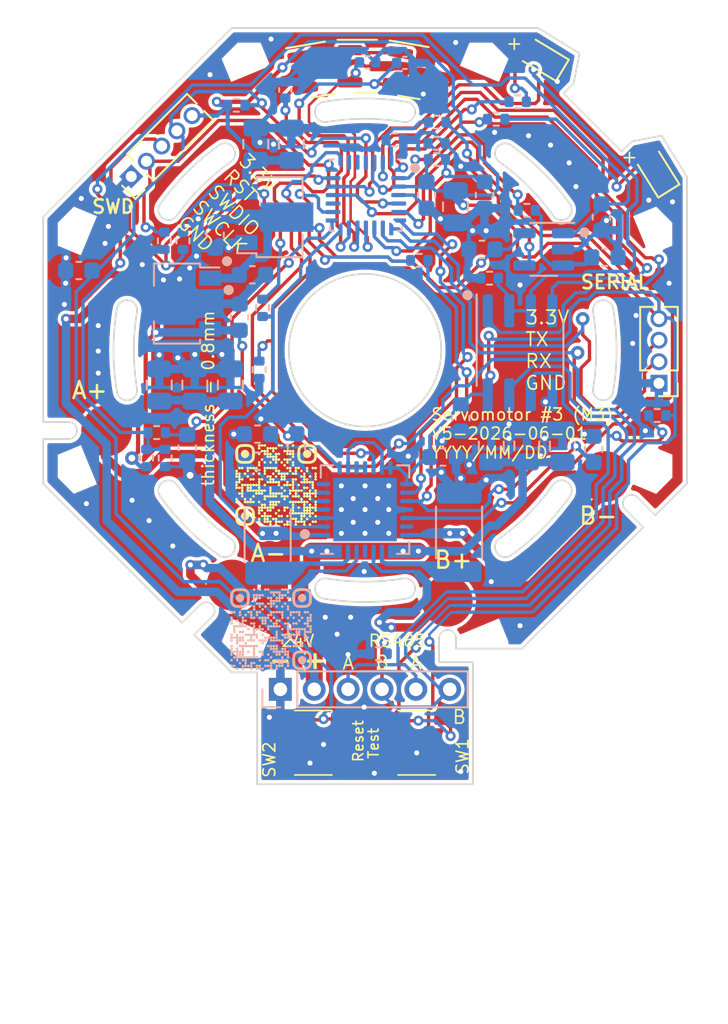
<source format=kicad_pcb>
(kicad_pcb (version 20221018) (generator pcbnew)
  (title_block (title "Servo motor stepper M3") (date "2024-01-24") (rev "V5"))
  (layers (0 "F.Cu" signal) (31 "B.Cu" signal) (34 "B.Paste" user) (35 "F.Paste" user) (36 "B.SilkS" user "B.Silkscreen") (37 "F.SilkS" user "F.Silkscreen") (38 "B.Mask" user) (39 "F.Mask" user) (44 "Edge.Cuts" user))
  (net 0 "")
  (net 1 "/index/schTop/VREF")
  (net 2 "GND")
  (net 3 "Net-(U5-CP1)")
  (net 4 "Net-(U5-CP2)")
  (net 5 "+24V")
  (net 6 "Net-(U5-VCP)")
  (net 7 "Net-(U5-VREG)")
  (net 8 "+3.3V")
  (net 9 "/index/schTop/HALL1")
  (net 10 "/index/schTop/RESET")
  (net 11 "/index/schTop/HALL2")
  (net 12 "+10V")
  (net 13 "/index/schTop/HALL3")
  (net 14 "Net-(U9--)")
  (net 15 "Net-(U9-+)")
  (net 16 "/index/schTop/REF24")
  (net 17 "/index/schTop/TEMPERATURE")
  (net 18 "Net-(D3-A)")
  (net 19 "Net-(D4-A)")
  (net 20 "/index/schTop/UART2 RX")
  (net 21 "/index/schTop/UART2 TX")
  (net 22 "/index/schTop/SWCLK")
  (net 23 "/index/schTop/SWDIO")
  (net 24 "/index/schTop/B")
  (net 25 "/index/schTop/A")
  (net 26 "Net-(U5-SENSE1)")
  (net 27 "Net-(U5-SENSE2)")
  (net 28 "/index/schTop/~{MENABLE}")
  (net 29 "/index/schTop/LED_GREEN")
  (net 30 "/index/schTop/LED_RED")
  (net 31 "/index/schTop/RS485_EN")
  (net 32 "Net-(R20-Pad1)")
  (net 33 "/index/schTop/OVER_VOLTAGE")
  (net 34 "/index/schTop/IMCONTROL")
  (net 35 "/index/schTop/PWMOV")
  (net 36 "/index/schTop/OUT2B")
  (net 38 "/index/schTop/STEP")
  (net 39 "/index/schTop/DIR")
  (net 41 "/index/schTop/OUT1B")
  (net 42 "/index/schTop/OUT1A")
  (net 44 "/index/schTop/OUT2A")
  (net 45 "/index/schTop/RS485_D")
  (net 46 "/index/schTop/RS485_R")
  (net 48 "/index/schTop/~{MRESET}")
  (footprint "servo_motor:TS3735PA-250gf" (layer "F.Cu") (at 146.5 116.4 -90)
    (fp_text reference "SW2")
    (fp_text value "TS3735PA-250gf")
  )
  (footprint "LED_SMD:LED_0603_1608Metric" (layer "F.Cu") (at 166.7 82.6 122)
    (fp_text reference "D4" hide)
    (fp_text value "19-217/GHC-YR1S2/3T")
  )
  (footprint "servo_motor:Pad_3mm_TopOnly" (layer "F.Cu") (at 134.3 98)
    (fp_text reference "J8" hide)
    (fp_text value "Conn_01x01_Socket" hide)
  )
  (footprint "Package_TO_SOT_SMD:SOT-23" (layer "F.Cu") (at 149.6 76.5)
    (fp_text reference "U7" hide)
    (fp_text value "AH49HSC")
  )
  (footprint "Package_TO_SOT_SMD:SOT-23" (layer "F.Cu") (at 146.8 76.7 9.6)
    (fp_text reference "U4" hide)
    (fp_text value "AH49HSC")
  )
  (footprint "servo_motor:QR_M3_V5-20-01-24" (layer "F.Cu") (at 144.3 101.2)
    (fp_text reference "G***" hide)
    (fp_text value "LOGO" hide)
  )
  (footprint "servo_motor:Pad_3mm_TopOnly" (layer "F.Cu") (at 141.7 107.1)
    (fp_text reference "J3" hide)
    (fp_text value "Conn_01x01_Socket" hide)
  )
  (footprint "Connector_PinHeader_1.27mm:PinHeader_1x05_P1.27mm_Vertical" (layer "F.Cu") (at 135.746878 83.003123 135)
    (fp_text reference "J2" hide)
    (fp_text value "01x05 male P=1.27mm")
  )
  (footprint "Connector_PinHeader_1.27mm:PinHeader_1x04_P1.27mm_Vertical" (layer "F.Cu") (at 166.9 95.2 180)
    (fp_text reference "J1" hide)
    (fp_text value "01x04 male P=1.27mm")
  )
  (footprint "servo_motor:TS3735PA-250gf" (layer "F.Cu") (at 152.6 116.4 90)
    (fp_text reference "SW1")
    (fp_text value "TS3735PA-250gf")
  )
  (footprint "LED_SMD:LED_0603_1608Metric" (layer "F.Cu") (at 159.92907 75.979069 149)
    (fp_text reference "D3" hide)
    (fp_text value "KT-0603R")
  )
  (footprint "servo_motor:Pad_3mm_TopOnly" (layer "F.Cu") (at 163.7 100.7)
    (fp_text reference "J6" hide)
    (fp_text value "Conn_01x01_Socket" hide)
  )
  (footprint "Package_TO_SOT_SMD:SOT-23" (layer "F.Cu") (at 152.4 76.8 -9.6)
    (fp_text reference "U6" hide)
    (fp_text value "AH49HSC")
  )
  (footprint "servo_motor:Pad_3mm_TopOnly" (layer "F.Cu") (at 154.4 108.05)
    (fp_text reference "J7" hide)
    (fp_text value "Conn_01x01_Socket" hide)
  )
  (footprint "Capacitor_SMD:C_0805_2012Metric" (layer "B.Cu") (at 159.1 98.89 90)
    (fp_text reference "C7" hide)
    (fp_text value "4.7uF")
  )
  (footprint "Package_TO_SOT_SMD:SOT-89-3" (layer "B.Cu") (at 144.5 85.4)
    (fp_text reference "U11" hide)
    (fp_text value "HT7533-1")
  )
  (footprint "Capacitor_SMD:C_0805_2012Metric" (layer "B.Cu") (at 137.4 95.3 90)
    (fp_text reference "C14" hide)
    (fp_text value "4.7uF")
  )
  (footprint "Resistor_SMD:R_0402_1005Metric" (layer "B.Cu") (at 153.79 82 180)
    (fp_text reference "R29" hide)
    (fp_text value "4.7k")
  )
  (footprint "Resistor_SMD:R_0402_1005Metric" (layer "B.Cu") (at 137.7 86.8 90)
    (fp_text reference "R4" hide)
    (fp_text value "10k")
  )
  (footprint "Resistor_SMD:R_2010_5025Metric" (layer "B.Cu") (at 143.8 104.15 -90)
    (fp_text reference "R3" hide)
    (fp_text value "270m")
  )
  (footprint "Resistor_SMD:R_0402_1005Metric" (layer "B.Cu") (at 151.3 80.84 180)
    (fp_text reference "R23" hide)
    (fp_text value "5.6k")
  )
  (footprint "Capacitor_SMD:C_0805_2012Metric" (layer "B.Cu") (at 145.2 81.1 90)
    (fp_text reference "C33" hide)
    (fp_text value "4.7uF")
  )
  (footprint "Package_TO_SOT_SMD:SOT-89-3" (layer "B.Cu") (at 138.45 90.5 180)
    (fp_text reference "U12" hide)
    (fp_text value "L78L10_SOT89")
  )
  (footprint "Capacitor_SMD:C_0603_1608Metric" (layer "B.Cu") (at 163.05 99.1 90)
    (fp_text reference "C1" hide)
    (fp_text value "100nF")
  )
  (footprint "Resistor_SMD:R_0402_1005Metric" (layer "B.Cu") (at 157.29 79.62)
    (fp_text reference "R11" hide)
    (fp_text value "470R")
  )
  (footprint "Capacitor_SMD:C_0603_1608Metric" (layer "B.Cu") (at 163.5 85.4 -90)
    (fp_text reference "C30" hide)
    (fp_text value "100pF")
  )
  (footprint "servo_motor:QFN-28-1EP_5x5mm_P0.5mm_EP3.75x3.75mm_ThermalVias_0.3mm" (layer "B.Cu") (at 149.55 102.65)
    (fp_text reference "U5" hide)
    (fp_text value "A4988")
  )
  (footprint "Resistor_SMD:R_0402_1005Metric" (layer "B.Cu") (at 143.5 90.75 90)
    (fp_text reference "R6" hide)
    (fp_text value "5.6k")
  )
  (footprint "Resistor_SMD:R_0402_1005Metric" (layer "B.Cu") (at 138.8 86.8 90)
    (fp_text reference "R5" hide)
    (fp_text value "10k")
  )
  (footprint "Capacitor_SMD:C_0603_1608Metric" (layer "B.Cu") (at 142.15 91.3 90)
    (fp_text reference "C25" hide)
    (fp_text value "100nF")
  )
  (footprint "Capacitor_SMD:C_0603_1608Metric" (layer "B.Cu") (at 155.2 97.25 90)
    (fp_text reference "C35" hide)
    (fp_text value "100nF")
  )
  (footprint "Capacitor_SMD:C_0805_2012Metric" (layer "B.Cu") (at 143.1 81.1 90)
    (fp_text reference "C5" hide)
    (fp_text value "4.7uF")
  )
  (footprint "Capacitor_SMD:C_0603_1608Metric" (layer "B.Cu") (at 156.45 87.3 180)
    (fp_text reference "C22" hide)
    (fp_text value "1uF")
  )
  (footprint "Package_TO_SOT_SMD:SOT-23-5" (layer "B.Cu") (at 160.1 87.3 180)
    (fp_text reference "U9" hide)
    (fp_text value "LM321")
  )
  (footprint "Resistor_SMD:R_0402_1005Metric" (layer "B.Cu") (at 150.35 111.15)
    (fp_text reference "R2" hide)
    (fp_text value "10k")
  )
  (footprint "Resistor_SMD:R_0402_1005Metric" (layer "B.Cu") (at 141.95 78.8 180)
    (fp_text reference "R15" hide)
    (fp_text value "10k")
  )
  (footprint "Capacitor_SMD:C_0603_1608Metric" (layer "B.Cu") (at 163.71 87.77)
    (fp_text reference "C28" hide)
    (fp_text value "100nF")
  )
  (footprint "Capacitor_SMD:C_0603_1608Metric" (layer "B.Cu") (at 156.6 84.1 -90)
    (fp_text reference "C41" hide)
    (fp_text value "1uF")
  )
  (footprint "Package_SO:SOIC-8_3.9x4.9mm_P1.27mm" (layer "B.Cu") (at 158.7 93.4 -90)
    (fp_text reference "U10" hide)
    (fp_text value "SP3485EN")
  )
  (footprint "Connector_PinSocket_2.00mm:PinSocket_1x06_P2.00mm_Vertical" (layer "B.Cu") (at 144.55 113.25 -90)
    (fp_text reference "J4" hide)
    (fp_text value "Conn_01x06_Socket")
  )
  (footprint "Capacitor_SMD:C_0603_1608Metric" (layer "B.Cu") (at 142.9 88.8)
    (fp_text reference "C32" hide)
    (fp_text value "1uF")
  )
  (footprint "Resistor_SMD:R_0402_1005Metric" (layer "B.Cu") (at 136.65 99.6075 90)
    (fp_text reference "R27" hide)
    (fp_text value "10k")
  )
  (footprint "Capacitor_SMD:C_0805_2012Metric" (layer "B.Cu") (at 157 98.9 90)
    (fp_text reference "C12" hide)
    (fp_text value "4.7uF")
  )
  (footprint "Capacitor_SMD:C_0603_1608Metric" (layer "B.Cu") (at 154.15 99.55)
    (fp_text reference "C6" hide)
    (fp_text value "220nF")
  )
  (footprint "Resistor_SMD:R_0402_1005Metric" (layer "B.Cu") (at 156.9 89)
    (fp_text reference "R13" hide)
    (fp_text value "10k")
  )
  (footprint "Resistor_SMD:R_0402_1005Metric" (layer "B.Cu") (at 137.25 98.1075 180)
    (fp_text reference "R24" hide)
    (fp_text value "10k")
  )
  (footprint "Capacitor_SMD:C_0402_1005Metric" (layer "B.Cu") (at 149.7 76.275)
    (fp_text reference "C17" hide)
    (fp_text value "1nF")
  )
  (footprint "Capacitor_SMD:C_0805_2012Metric" (layer "B.Cu") (at 154.89 84.79 -90)
    (fp_text reference "C9" hide)
    (fp_text value "4.7uF")
  )
  (footprint "Resistor_SMD:R_2010_5025Metric" (layer "B.Cu") (at 155.1 104 -90)
    (fp_text reference "R1" hide)
    (fp_text value "270m")
  )
  (footprint "Resistor_SMD:R_0402_1005Metric" (layer "B.Cu") (at 158.56 78.6)
    (fp_text reference "R12" hide)
    (fp_text value "1.5k")
  )
  (footprint "Package_DFN_QFN:QFN-28_4x4mm_P0.5mm" (layer "B.Cu") (at 149.6 84.1 180)
    (fp_text reference "U8" hide)
    (fp_text value "STM32G031G8U6")
  )
  (footprint "Resistor_SMD:R_0402_1005Metric" (layer "B.Cu") (at 152.75 87.95)
    (fp_text reference "R22" hide)
    (fp_text value "10k")
  )
  (footprint "Resistor_SMD:R_0402_1005Metric" (layer "B.Cu") (at 137.75 99.6075 -90)
    (fp_text reference "R26" hide)
    (fp_text value "1K")
  )
  (footprint "Capacitor_SMD:C_0603_1608Metric" (layer "B.Cu") (at 143.2 99.8)
    (fp_text reference "C2" hide)
    (fp_text value "100nF")
  )
  (footprint "Capacitor_SMD:C_0603_1608Metric" (layer "B.Cu") (at 139.05 99.0075 -90)
    (fp_text reference "C36" hide)
    (fp_text value "100nF")
  )
  (footprint "Capacitor_SMD:C_0805_2012Metric" (layer "B.Cu") (at 141.6 95.3 90)
    (fp_text reference "C15" hide)
    (fp_text value "4.7uF")
  )
  (footprint "Resistor_SMD:R_0402_1005Metric" (layer "B.Cu") (at 153.78 81.05)
    (fp_text reference "TH1" hide)
    (fp_text value "100k 1% NTC")
  )
  (footprint "Capacitor_SMD:C_0805_2012Metric" (layer "B.Cu") (at 161.2 98.9 90)
    (fp_text reference "C8" hide)
    (fp_text value "4.7uF")
  )
  (footprint "Capacitor_SMD:C_0603_1608Metric" (layer "B.Cu") (at 143.2 98.2)
    (fp_text reference "C4" hide)
    (fp_text value "220nF")
  )
  (footprint "Capacitor_SMD:C_0603_1608Metric" (layer "B.Cu") (at 145.5 98.95 -90)
    (fp_text reference "C3" hide)
    (fp_text value "100nF")
  )
  (footprint "Capacitor_SMD:C_0402_1005Metric" (layer "B.Cu") (at 151.9 76.3)
    (fp_text reference "C20" hide)
    (fp_text value "1nF")
  )
  (footprint "Capacitor_SMD:C_0603_1608Metric" (layer "B.Cu") (at 153.18 84.1 -90)
    (fp_text reference "C37" hide)
    (fp_text value "100nF")
  )
  (footprint "Resistor_SMD:R_0402_1005Metric" (layer "B.Cu") (at 143.3 94.4 90)
    (fp_text reference "R7" hide)
    (fp_text value "10k" hide)
  )
  (footprint "Resistor_SMD:R_0402_1005Metric" (layer "B.Cu") (at 153.81 79.8 180)
    (fp_text reference "R20" hide)
    (fp_text value "10k")
  )
  (footprint "Capacitor_SMD:C_0402_1005Metric" (layer "B.Cu") (at 144.84 77.9 90)
    (fp_text reference "C23" hide)
    (fp_text value "1nF")
  )
  (footprint "Capacitor_SMD:C_0603_1608Metric" (layer "B.Cu") (at 140.7 86.45 -90)
    (fp_text reference "C26" hide)
    (fp_text value "1uF")
  )
  (footprint "Resistor_SMD:R_0402_1005Metric" (layer "B.Cu") (at 166.8 97.1)
    (fp_text reference "R17" hide)
    (fp_text value "10k")
  )
  (footprint "Capacitor_SMD:C_0805_2012Metric" (layer "B.Cu") (at 139.5 95.3 90)
    (fp_text reference "C19" hide)
    (fp_text value "4.7uF")
  )
  (footprint "Resistor_SMD:R_0402_1005Metric" (layer "B.Cu") (at 159.1 85)
    (fp_text reference "R25" hide)
    (fp_text value "10k")
  )
  (footprint "servo_motor:QR_M3_V5-20-01-24" (layer "B.Cu") (at 144 109.7 180)
    (fp_text reference "G***" hide)
    (fp_text value "LOGO" hide)
  )
  (footprint "Capacitor_SMD:C_0603_1608Metric" (layer "B.Cu") (at 132.65 88.55 180)
    (fp_text reference "C18" hide)
    (fp_text value "100nF")
  )
  (gr_circle (center 155.6 90) (end 155.75 90) (stroke (width 0.3)) (fill none) (layer "B.SilkS"))
  (gr_circle (center 162.5 86.3) (end 162.65 86.3) (stroke (width 0.3)) (fill none) (layer "B.SilkS"))
  (gr_circle (center 141.5 89.7) (end 141.65 89.7) (stroke (width 0.3)) (fill none) (layer "B.SilkS"))
  (gr_circle (center 146 104.1) (end 146.15 104.1) (stroke (width 0.3)) (fill none) (layer "B.SilkS"))
  (gr_circle (center 141.4 88) (end 141.55 88) (stroke (width 0.3)) (fill none) (layer "B.SilkS"))
  (gr_circle (center 152.5 82.5) (end 152.65 82.5) (stroke (width 0.3)) (fill none) (layer "B.SilkS"))
  (gr_line locked (start 140.522754 108.971491) (end 139.462094 110.032151) (stroke (width 0.1)) (layer "Edge.Cuts"))
  (gr_line locked (start 130.55 101.120057) (end 138.754987 109.325044) (stroke (width 0.1)) (layer "Edge.Cuts"))
  (gr_arc locked (start 152.000887 107.896308) (mid 149.54993 108.099966) (end 147.098973 107.896308) (stroke (width 0.1)) (layer "Edge.Cuts"))
  (gr_line locked (start 158.820058 110.85) (end 165.978598 103.691459) (stroke (width 0.1)) (layer "Edge.Cuts"))
  (gr_arc locked (start 163.012728 90.997067) (mid 163.50547 90.306222) (end 164.196271 90.799009) (stroke (width 0.1)) (layer "Edge.Cuts"))
  (gr_arc locked (start 140.926491 105.339582) (mid 139.049394 103.750502) (end 137.460314 101.873405) (stroke (width 0.1)) (layer "Edge.Cuts"))
  (gr_arc locked (start 134.903589 95.700923) (mid 134.699935 93.249966) (end 134.903589 90.799009) (stroke (width 0.1)) (layer "Edge.Cuts"))
  (gr_line locked (start 138.754987 109.325044) (end 139.815647 108.264384) (stroke (width 0.1)) (layer "Edge.Cuts"))
  (gr_arc locked (start 164.917938 102.630799) (mid 164.917939 101.923692) (end 165.625045 101.923693) (stroke (width 0.1)) (layer "Edge.Cuts"))
  (gr_line locked (start 143.179943 118.85) (end 155.920058 118.85) (stroke (width 0.1)) (layer "Edge.Cuts"))
  (gr_line locked (start 165.978598 103.691459) (end 164.917938 102.630799) (stroke (width 0.1)) (layer "Edge.Cuts"))
  (gr_line locked (start 139.462094 110.032151) (end 141.679943 112.25) (stroke (width 0.1)) (layer "Edge.Cuts"))
  (gr_circle locked (center 149.55 93.25) (end 154.05 93.25) (stroke (width 0.1)) (fill none) (layer "Edge.Cuts"))
  (gr_arc locked (start 151.80283 106.712765) (mid 152.493643 107.205476) (end 152.000887 107.896308) (stroke (width 0.1)) (layer "Edge.Cuts"))
  (gr_line locked (start 167.057107 80.587049) (end 168.55 83.023229) (stroke (width 0.1)) (layer "Edge.Cuts"))
  (gr_arc locked (start 147.29703 79.787168) (mid 149.54993 79.599966) (end 151.80283 79.787168) (stroke (width 0.1)) (layer "Edge.Cuts"))
  (gr_line locked (start 155.920058 118.85) (end 155.920058 111.65) (stroke (width 0.1)) (layer "Edge.Cuts"))
  (gr_line locked (start 143.179943 112.25) (end 143.179943 118.85) (stroke (width 0.1)) (layer "Edge.Cuts"))
  (gr_arc locked (start 138.437253 85.323371) (mid 137.60037 85.463382) (end 137.460314 84.626528) (stroke (width 0.1)) (layer "Edge.Cuts"))
  (gr_line locked (start 157.420058 74.25) (end 141.679943 74.25) (stroke (width 0.1)) (layer "Edge.Cuts"))
  (gr_arc locked (start 147.098973 107.896308) (mid 146.606193 107.205466) (end 147.29703 106.712765) (stroke (width 0.1)) (layer "Edge.Cuts"))
  (gr_arc (start 139.815647 108.264384) (mid 140.5228 108.264339) (end 140.522753 108.971491) (stroke (width 0.1)) (layer "Edge.Cuts"))
  (gr_line locked (start 159.776771 74.25) (end 162.212951 75.742893) (stroke (width 0.1)) (layer "Edge.Cuts"))
  (gr_arc locked (start 164.196271 95.700923) (mid 163.505472 96.19367) (end 163.012728 95.502866) (stroke (width 0.1)) (layer "Edge.Cuts"))
  (gr_arc locked (start 147.29703 79.787168) (mid 146.606232 79.294428) (end 147.098973 78.603625) (stroke (width 0.1)) (layer "Edge.Cuts"))
  (gr_arc locked (start 151.80283 106.712765) (mid 149.54993 106.899966) (end 147.29703 106.712765) (stroke (width 0.1)) (layer "Edge.Cuts"))
  (gr_line locked (start 161.270058 78.1) (end 161.859398 77.51066) (stroke (width 0.1)) (layer "Edge.Cuts"))
  (gr_arc locked (start 147.098973 78.603625) (mid 149.54993 78.399966) (end 152.000887 78.603625) (stroke (width 0.1)) (layer "Edge.Cuts"))
  (gr_arc locked (start 152.000887 78.603625) (mid 152.493668 79.294428) (end 151.80283 79.787168) (stroke (width 0.1)) (layer "Edge.Cuts"))
  (gr_line locked (start 130.55 85.379942) (end 130.55 97.483546) (stroke (width 0.1)) (layer "Edge.Cuts"))
  (gr_line locked (start 164.7 81.529942) (end 161.270058 78.1) (stroke (width 0.1)) (layer "Edge.Cuts"))
  (gr_arc locked (start 134.903589 90.799009) (mid 135.594434 90.306196) (end 136.087131 90.997067) (stroke (width 0.1)) (layer "Edge.Cuts"))
  (gr_line locked (start 167.057107 80.587049) (end 165.28934 80.940602) (stroke (width 0.1)) (layer "Edge.Cuts"))
  (gr_arc locked (start 158.173369 105.339582) (mid 157.3364 105.199544) (end 157.476525 104.362643) (stroke (width 0.1)) (layer "Edge.Cuts"))
  (gr_arc locked (start 163.012728 90.997067) (mid 163.199936 93.249967) (end 163.012728 95.502866) (stroke (width 0.1)) (layer "Edge.Cuts"))
  (gr_line locked (start 141.679943 74.25) (end 130.55 85.379942) (stroke (width 0.1)) (layer "Edge.Cuts"))
  (gr_line locked (start 158.820058 110.85) (end 157.610897 110.85) (stroke (width 0.1)) (layer "Edge.Cuts"))
  (gr_line locked (start 141.679943 112.25) (end 143.179943 112.25) (stroke (width 0.1)) (layer "Edge.Cuts"))
  (gr_arc locked (start 132.05 97.483546) (mid 132.550028 97.983528) (end 132.05 98.483546) (stroke (width 0.1)) (layer "Edge.Cuts"))
  (gr_arc locked (start 137.460314 84.626528) (mid 139.049399 82.749437) (end 140.926491 81.160351) (stroke (width 0.1)) (layer "Edge.Cuts"))
  (gr_arc locked (start 164.196271 90.799009) (mid 164.399935 93.249966) (end 164.196271 95.700923) (stroke (width 0.1)) (layer "Edge.Cuts"))
  (gr_arc locked (start 136.087131 95.502866) (mid 135.899936 93.249967) (end 136.087131 90.997067) (stroke (width 0.1)) (layer "Edge.Cuts"))
  (gr_arc locked (start 160.662607 101.176562) (mid 159.201934 102.90197) (end 157.476525 104.362643) (stroke (width 0.1)) (layer "Edge.Cuts"))
  (gr_arc locked (start 157.476525 82.13729) (mid 159.201937 83.597959) (end 160.662607 85.323371) (stroke (width 0.1)) (layer "Edge.Cuts"))
  (gr_arc locked (start 137.460314 101.873405) (mid 137.600376 101.036527) (end 138.437253 101.176562) (stroke (width 0.1)) (layer "Edge.Cuts"))
  (gr_line locked (start 157.610897 110.85) (end 154.920058 110.85) (stroke (width 0.1)) (layer "Edge.Cuts"))
  (gr_line locked (start 157.420058 74.25) (end 159.776771 74.25) (stroke (width 0.1)) (layer "Edge.Cuts"))
  (gr_line locked (start 161.859398 77.51066) (end 162.212951 75.742893) (stroke (width 0.1)) (layer "Edge.Cuts"))
  (gr_line locked (start 165.625045 101.923693) (end 166.685705 102.984353) (stroke (width 0.1)) (layer "Edge.Cuts"))
  (gr_arc locked (start 153.920058 110.25) (mid 154.420058 109.75) (end 154.920058 110.25) (stroke (width 0.1)) (layer "Edge.Cuts"))
  (gr_line locked (start 155.920058 111.65) (end 153.920058 111.65) (stroke (width 0.1)) (layer "Edge.Cuts"))
  (gr_line locked (start 168.55 101.120057) (end 168.55 83.023229) (stroke (width 0.1)) (layer "Edge.Cuts"))
  (gr_line locked (start 130.55 97.483546) (end 132.05 97.483546) (stroke (width 0.1)) (layer "Edge.Cuts"))
  (gr_arc locked (start 157.476525 82.13729) (mid 157.336439 81.300384) (end 158.173369 81.160351) (stroke (width 0.1)) (layer "Edge.Cuts"))
  (gr_arc locked (start 138.437253 85.323371) (mid 139.897919 83.597955) (end 141.623335 82.13729) (stroke (width 0.1)) (layer "Edge.Cuts"))
  (gr_arc locked (start 161.639545 101.873405) (mid 160.05047 103.750507) (end 158.173369 105.339582) (stroke (width 0.1)) (layer "Edge.Cuts"))
  (gr_arc locked (start 158.173369 81.160351) (mid 160.050457 82.749438) (end 161.639545 84.626528) (stroke (width 0.1)) (layer "Edge.Cuts"))
  (gr_line locked (start 166.685705 102.984353) (end 168.55 101.120057) (stroke (width 0.1)) (layer "Edge.Cuts"))
  (gr_line locked (start 153.920058 110.25) (end 153.920058 111.65) (stroke (width 0.1)) (layer "Edge.Cuts"))
  (gr_line locked (start 165.28934 80.940602) (end 164.7 81.529942) (stroke (width 0.1)) (layer "Edge.Cuts"))
  (gr_arc locked (start 140.926491 81.160351) (mid 141.76335 81.300392) (end 141.623335 82.13729) (stroke (width 0.1)) (layer "Edge.Cuts"))
  (gr_arc locked (start 141.623335 104.362643) (mid 141.763367 105.19952) (end 140.926491 105.339582) (stroke (width 0.1)) (layer "Edge.Cuts"))
  (gr_line locked (start 130.55 98.483546) (end 130.55 101.120057) (stroke (width 0.1)) (layer "Edge.Cuts"))
  (gr_arc locked (start 161.639545 84.626528) (mid 161.499527 85.463477) (end 160.662607 85.323371) (stroke (width 0.1)) (layer "Edge.Cuts"))
  (gr_arc locked (start 160.662607 101.176562) (mid 161.499538 101.036507) (end 161.639545 101.873405) (stroke (width 0.1)) (layer "Edge.Cuts"))
  (gr_line locked (start 132.05 98.483546) (end 130.55 98.483546) (stroke (width 0.1)) (layer "Edge.Cuts"))
  (gr_arc locked (start 141.623335 104.362643) (mid 139.897923 102.901974) (end 138.437253 101.176562) (stroke (width 0.1)) (layer "Edge.Cuts"))
  (gr_arc locked (start 136.087131 95.502866) (mid 135.594422 96.193633) (end 134.903589 95.700923) (stroke (width 0.1)) (layer "Edge.Cuts"))
  (gr_line locked (start 154.920058 110.25) (end 154.920058 110.85) (stroke (width 0.1)) (layer "Edge.Cuts"))
  (gr_text "+" (at 145.85 112.1) (layer "F.SilkS") (effects (font (size 1 1) (thickness 0.2)) (justify left bottom)))
  (gr_text "Reset" (at 149.5 117.6 90) (layer "F.SilkS") (effects (font (size 0.6 0.6) (thickness 0.1) bold) (justify left bottom)))
  (gr_text "+" (at 164.6 82.3) (layer "F.SilkS") (effects (font (size 0.8 0.8) (thickness 0.1)) (justify left bottom)))
  (gr_text "3.3V\nTX\nRX\nGND" (at 158.95 95.65) (layer "F.SilkS") (effects (font (size 0.8 0.8) (thickness 0.1)) (justify left bottom)))
  (gr_text "B" (at 150.1 112.15) (layer "F.SilkS") (effects (font (size 0.8 0.8) (thickness 0.1)) (justify left bottom)))
  (gr_text "Servomotor #3 (M3)\n${REVISION}-${CURRENT_DATE}\nYYYY/MM/DD" (at 153.4 99.7) (layer "F.SilkS") (effects (font (size 0.7 0.7) (thickness 0.1)) (justify left bottom)))
  (gr_text "RS485" (at 149.7 110.8) (layer "F.SilkS") (effects (font (size 0.7 0.7) (thickness 0.1)) (justify left bottom)))
  (gr_text "SWD" (at 133.35 85.25) (layer "F.SilkS") (effects (font (size 0.8 0.8)) (justify left bottom)))
  (gr_text "-" (at 143.8 112.1) (layer "F.SilkS") (effects (font (size 1 1) (thickness 0.2)) (justify left bottom)))
  (gr_text "B" (at 154.65 115.35) (layer "F.SilkS") (effects (font (size 0.8 0.8) (thickness 0.1)) (justify left bottom)))
  (gr_text "thickness = 0.8mm" (at 140.7 101.35 90) (layer "F.SilkS") (effects (font (size 0.7 0.7) (thickness 0.1)) (justify left bottom)))
  (gr_text "Test" (at 150.4 117.4 90) (layer "F.SilkS") (effects (font (size 0.6 0.6) (thickness 0.1) bold) (justify left bottom)))
  (gr_text "+" (at 157.8 75.6) (layer "F.SilkS") (effects (font (size 0.8 0.8) (thickness 0.1)) (justify left bottom)))
  (gr_text "B+" (at 153.55 106.2) (layer "F.SilkS") (effects (font (size 1 1)) (justify left bottom)))
  (gr_text "3.3V\nRST\nSWDIO\nSWCLK\nGND" (at 138.3 85.8 -45) (layer "F.SilkS") (effects (font (size 0.8 0.8) (thickness 0.1)) (justify left bottom)))
  (gr_text "24V" (at 144.55 110.8) (layer "F.SilkS") (effects (font (size 0.7 0.7) (thickness 0.1)) (justify left bottom)))
  (gr_text "A+" (at 132.15 96.2) (layer "F.SilkS") (effects (font (size 1 1)) (justify left bottom)))
  (gr_text "SERIAL" (at 162.2 89.7) (layer "F.SilkS") (effects (font (size 0.8 0.8)) (justify left bottom)))
  (gr_text "A" (at 148.15 112.15) (layer "F.SilkS") (effects (font (size 0.8 0.8) (thickness 0.1)) (justify left bottom)))
  (gr_text "A-" (at 142.7 105.8) (layer "F.SilkS") (effects (font (size 1 1)) (justify left bottom)))
  (gr_text "B-" (at 162.1 103.6) (layer "F.SilkS") (effects (font (size 1 1)) (justify left bottom)))
  (gr_text "A" (at 152.15 112.15) (layer "F.SilkS") (effects (font (size 0.8 0.8) (thickness 0.1)) (justify left bottom)))
  (segment (start 153.45 101.2) (end 153.2 101.45) (width 0.2) (layer "F.Cu") (net 1))
  (segment (start 158.2 101.45) (end 157.45 101.45) (width 0.2) (layer "F.Cu") (net 1))
  (segment (start 153.45 98.25) (end 153.45 101.2) (width 0.2) (layer "F.Cu") (net 1))
  (segment (start 155.55 94.55) (end 155.55 96.15) (width 0.2) (layer "F.Cu") (net 1))
  (segment (start 162 98.9) (end 161.55 99.35) (width 0.2) (layer "F.Cu") (net 1))
  (segment (start 153.2 101.45) (end 153.2 101.85) (width 0.2) (layer "F.Cu") (net 1))
  (segment (start 155.55 96.15) (end 153.45 98.25) (width 0.2) (layer "F.Cu") (net 1))
  (segment (start 160.3 99.35) (end 158.2 101.45) (width 0.2) (layer "F.Cu") (net 1))
  (segment (start 161.55 99.35) (end 160.3 99.35) (width 0.2) (layer "F.Cu") (net 1))
  (via (at 162 98.9) (size 0.6) (drill 0.3) (layers "F.Cu" "B.Cu") (net 1))
  (via (at 157.45 101.45) (size 0.6) (drill 0.3) (layers "F.Cu" "B.Cu") (net 1))
  (via (at 153.2 101.85) (size 0.6) (drill 0.3) (layers "F.Cu" "B.Cu") (net 1))
  (via (at 155.55 94.55) (size 0.6) (drill 0.3) (layers "F.Cu" "B.Cu") (net 1))
  (segment (start 152.9 102.15) (end 153.2 101.85) (width 0.2) (layer "B.Cu") (net 1))
  (segment (start 152.7 102.15) (end 152.9 102.15) (width 0.2) (layer "B.Cu") (net 1))
  (segment (start 154.95 93.95) (end 154.95 90.75) (width 0.2) (layer "B.Cu") (net 1))
  (segment (start 155.55 94.55) (end 154.95 93.95) (width 0.2) (layer "B.Cu") (net 1))
  (segment (start 162 98.9) (end 162.575 99.475) (width 0.25) (layer "B.Cu") (net 1))
  (segment (start 153.25 102.7) (end 152.7 102.15) (width 0.2) (layer "B.Cu") (net 1))
  (segment (start 152.7 102.15) (end 152.0125 102.15) (width 0.2) (layer "B.Cu") (net 1))
  (segment (start 162.575 99.475) (end 163.05 99.475) (width 0.25) (layer "B.Cu") (net 1))
  (segment (start 153.26 89.06) (end 153.26 87.95) (width 0.2) (layer "B.Cu") (net 1))
  (segment (start 157.45 101.45) (end 157.2 101.45) (width 0.2) (layer "B.Cu") (net 1))
  (segment (start 154.95 90.75) (end 153.26 89.06) (width 0.2) (layer "B.Cu") (net 1))
  (segment (start 156.9 101.75) (end 156.9 102.2) (width 0.2) (layer "B.Cu") (net 1))
  (segment (start 156.9 102.2) (end 156.4 102.7) (width 0.2) (layer "B.Cu") (net 1))
  (segment (start 157.2 101.45) (end 156.9 101.75) (width 0.2) (layer "B.Cu") (net 1))
  (segment (start 156.4 102.7) (end 153.25 102.7) (width 0.2) (layer "B.Cu") (net 1))
  (segment (start 148.53 76.27) (end 149.3075 76.27) (width 0.2) (layer "F.Cu") (net 2))
  (segment (start 147.724371 76.543654) (end 148.256346 76.543654) (width 0.2) (layer "F.Cu") (net 2))
  (segment (start 149.5375 76.5) (end 152.1 76.5) (width 0.2) (layer "F.Cu") (net 2))
  (segment (start 153.2 77.8) (end 153.2 77.080717) (width 0.2) (layer "F.Cu") (net 2))
  (segment (start 152.99 78.14) (end 152.99 78.01) (width 0.2) (layer "F.Cu") (net 2))
  (segment (start 152.4 76.8) (end 153.168025 76.8) (width 0.2) (layer "F.Cu") (net 2))
  (segment (start 153.168025 76.8) (end 153.324371 76.956346) (width 0.2) (layer "F.Cu") (net 2))
  (segment (start 149.3075 76.27) (end 149.5375 76.5) (width 0.2) (layer "F.Cu") (net 2))
  (segment (start 153.2 77.080717) (end 153.324371 76.956346) (width 0.2) (layer "F.Cu") (net 2))
  (segment (start 148.256346 76.543654) (end 148.53 76.27) (width 0.2) (layer "F.Cu") (net 2))
  (segment (start 152.1 76.5) (end 152.4 76.8) (width 0.2) (layer "F.Cu") (net 2))
  (segment (start 152.99 78.01) (end 153.2 77.8) (width 0.2) (layer "F.Cu") (net 2))
  (via (at 160.9 77.4) (size 0.6) (drill 0.3) (layers "F.Cu" "B.Cu") (net 2))
  (via (at 152.1 99.5) (size 0.6) (drill 0.3) (layers "F.Cu" "B.Cu") (net 2))
  (via (at 167.5 89.3) (size 0.6) (drill 0.3) (layers "F.Cu" "B.Cu") (net 2))
  (via (at 133.8 94.6) (size 0.6) (drill 0.3) (layers "F.Cu" "B.Cu") (net 2))
  (via (at 155.2 118.1) (size 0.6) (drill 0.3) (layers "F.Cu" "B.Cu") (net 2))
  (via (at 161.6 82.2) (size 0.6) (drill 0.3) (layers "F.Cu" "B.Cu") (net 2))
  (via (at 147.2 109) (size 0.6) (drill 0.3) (layers "F.Cu" "B.Cu") (net 2))
  (via (at 133.8 91.8) (size 0.6) (drill 0.3) (layers "F.Cu" "B.Cu") (net 2))
  (via (at 144.15 81.1) (size 0.6) (drill 0.3) (layers "F.Cu" "B.Cu") (net 2))
  (via (at 158.7 89.4) (size 0.6) (drill 0.3) (layers "F.Cu" "B.Cu") (net 2))
  (via (at 143.4 97.3) (size 0.6) (drill 0.3) (layers "F.Cu" "B.Cu") (net 2))
  (via (at 166.3 84.4) (size 0.6) (drill 0.3) (layers "F.Cu" "B.Cu") (net 2))
  (via (at 133.1 102.3) (size 0.6) (drill 0.3) (layers "F.Cu" "B.Cu") (net 2))
  (via (at 139.7 85.5005) (size 0.6) (drill 0.3) (layers "F.Cu" "B.Cu") (net 2))
  (via (at 165.35 92.85) (size 0.6) (drill 0.3) (layers "F.Cu" "B.Cu") (net 2))
  (via (at 158.05 97.6) (size 0.6) (drill 0.3) (layers "F.Cu" "B.Cu") (net 2))
  (via (at 156.7 100.9) (size 0.6) (drill 0.3) (layers "F.Cu" "B.Cu") (net 2))
  (via (at 131.8 90.55) (size 0.6) (drill 0.3) (layers "F.Cu" "B.Cu") (net 2))
  (via (at 159.2 80.6) (size 0.6) (drill 0.3) (layers "F.Cu" "B.Cu") (net 2))
  (via (at 139.2 88.4) (size 0.6) (drill 0.3) (layers "F.Cu" "B.Cu") (net 2))
  (via (at 147.1 116.5) (size 0.6) (drill 0.3) (layers "F.Cu" "B.Cu") (net 2))
  (via (at 157 106.9) (size 0.6) (drill 0.3) (layers "F.Cu" "B.Cu") (net 2))
  (via (at 143.35 81) (size 0.6) (drill 0.3) (layers "F.Cu" "B.Cu") (net 2))
  (via (at 155.2 82.4) (size 0.6) (drill 0.3) (layers "F.Cu" "B.Cu") (net 2))
  (via (at 152.6 117) (size 0.6) (drill 0.3) (layers "F.Cu" "B.Cu") (net 2))
  (via (at 158.05 98.45) (size 0.6) (drill 0.3) (layers "F.Cu" "B.Cu") (net 2))
  (via (at 148.55 111.2) (size 0.6) (drill 0.3) (layers "F.Cu" "B.Cu") (net 2))
  (via (at 148.7 109) (size 0.6) (drill 0.3) (layers "F.Cu" "B.Cu") (net 2))
  (via (at 134.2 86.95) (size 0.6) (drill 0.3) (layers "F.Cu" "B.Cu") (net 2))
  (via (at 139.5 93.5) (size 0.6) (drill 0.3) (layers "F.Cu" "B.Cu") (net 2))
  (via (at 138.5 93.7) (size 0.6) (drill 0.3) (layers "F.Cu" "B.Cu") (net 2))
  (via (at 158.7 109.5) (size 0.6) (drill 0.3) (layers "F.Cu" "B.Cu") (net 2))
  (via (at 162 83.6) (size 0.6) (drill 0.3) (layers "F.Cu" "B.Cu") (net 2))
  (via (at 144 74.9) (size 0.6) (drill 0.3) (layers "F.Cu" "B.Cu") (net 2))
  (via (at 136.8 103.3) (size 0.6) (drill 0.3) (layers "F.Cu" "B.Cu") (net 2))
  (via (at 147.9 110) (size 0.6) (drill 0.3) (layers "F.Cu" "B.Cu") (net 2))
  (via (at 139.22 100.63) (size 0.8) (drill 0.4) (layers "F.Cu" "B.Cu") (net 2))
  (via (at 156.7 86.2) (size 0.6) (drill 0.3) (layers "F.Cu" "B.Cu") (net 2))
  (via (at 131.875 89.3) (size 0.6) (drill 0.3) (layers "F.Cu" "B.Cu") (net 2))
  (via (at 154.05 100.45) (size 0.6) (drill 0.3) (layers "F.Cu" "B.Cu") (net 2))
  (via (at 163.8 85.6) (size 0.6) (drill 0.3) (layers "F.Cu" "B.Cu") (net 2))
  (via (at 149.5 114.3) (size 0.6) (drill 0.3) (layers "F.Cu" "B.Cu") (net 2))
  (via (at 157.2 80.4) (size 0.6) (drill 0.3) (layers "F.Cu" "B.Cu") (net 2))
  (via (at 136.4 88.2) (size 0.6) (drill 0.3) (layers "F.Cu" "B.Cu") (net 2))
  (via (at 167.7 84.5) (size 0.6) (drill 0.3) (layers "F.Cu" "B.Cu") (net 2))
  (via (at 160.15 98.45) (size 0.6) (drill 0.3) (layers "F.Cu" "B.Cu") (net 2))
  (via (at 141.5 87.2) (size 0.6) (drill 0.3) (layers "F.Cu" "B.Cu") (net 2))
  (via (at 160.2 96.3) (size 0.6) (drill 0.3) (layers "F.Cu" "B.Cu") (net 2))
  (via (at 143.9 114.9) (size 0.6) (drill 0.3) (layers "F.Cu" "B.Cu") (net 2))
  (via (at 153.9995 85.5) (size 0.6) (drill 0.3) (layers "F.Cu" "B.Cu") (net 2))
  (via (at 141.8 98.2) (size 0.6) (drill 0.3) (layers "F.Cu" "B.Cu") (net 2))
  (via (at 155.2 100.8) (size 0.6) (drill 0.3) (layers "F.Cu" "B.Cu") (net 2))
  (via (at 160.5 81.15) (size 0.6) (drill 0.3) (layers "F.Cu" "B.Cu") (net 2))
  (via (at 140.4 77) (size 0.6) (drill 0.3) (layers "F.Cu" "B.Cu") (net 2))
  (via (at 133.8 93.3) (size 0.6) (drill 0.3) (layers "F.Cu" "B.Cu") (net 2))
  (via (at 154.9 75.1) (size 0.6) (drill 0.3) (layers "F.Cu" "B.Cu") (net 2))
  (via (at 135.8 102.1) (size 0.6) (drill 0.3) (layers "F.Cu" "B.Cu") (net 2))
  (via (at 149.5 106.3) (size 0.6) (drill 0.3) (layers "F.Cu" "B.Cu") (net 2))
  (via (at 154.1 98.6) (size 0.6) (drill 0.3) (layers "F.Cu" "B.Cu") (net 2))
  (via (at 165.55 91.2) (size 0.6) (drill 0.3) (layers "F.Cu" "B.Cu") (net 2))
  (via (at 152.99 78.14) (size 0.6) (drill 0.3) (layers "F.Cu" "B.Cu") (net 2))
  (via (at 141.1 93.5) (size 0.6) (drill 0.3) (layers "F.Cu" "B.Cu") (net 2))
  (via (at 131.9 87.8) (size 0.6) (drill 0.3) (layers "F.Cu" "B.Cu") (net 2))
  (via (at 139.6 87.7) (size 0.6) (drill 0.3) (layers "F.Cu" "B.Cu") (net 2))
  (via (at 155.7 100) (size 0.6) (drill 0.3) (layers "F.Cu" "B.Cu") (net 2))
  (via (at 138.2 104.8) (size 0.6) (drill 0.3) (layers "F.Cu" "B.Cu") (net 2))
  (via (at 150.1 118.2) (size 0.6) (drill 0.3) (layers "F.Cu" "B.Cu") (net 2))
  (via (at 138.6 89.05) (size 0.6) (drill 0.3) (layers "F.Cu" "B.Cu") (net 2))
  (via (at 132.8 84.3) (size 0.6) (drill 0.3) (layers "F.Cu" "B.Cu") (net 2))
  (via (at 166.1 98) (size 0.6) (drill 0.3) (layers "F.Cu" "B.Cu") (net 2))
  (via (at 155.9 86.2) (size 0.6) (drill 0.3) (layers "F.Cu" "B.Cu") (net 2))
  (via (at 137.65 89.1) (size 0.6) (drill 0.3) (layers "F.Cu" "B.Cu") (net 2))
  (via (at 162.5 98.2) (size 0.6) (drill 0.3) (layers "F.Cu" "B.Cu") (net 2))
  (via (at 134.4 85.95) (size 0.6) (drill 0.3) (layers "F.Cu" "B.Cu") (net 2))
  (via (at 146.3 117.6) (size 0.6) (drill 0.3) (layers "F.Cu" "B.Cu") (net 2))
  (via (at 137.4 93.5245) (size 0.6) (drill 0.3) (layers "F.Cu" "B.Cu") (net 2))
  (segment (start 162.16 87.3) (end 162.16 87.292183) (width 0.25) (layer "B.Cu") (net 2))
  (segment (start 136.4 88.2) (end 137.29 87.31) (width 0.2) (layer "B.Cu") (net 2))
  (segment (start 138.5 93.7) (end 139.15 94.35) (width 0.5) (layer "B.Cu") (net 2))
  (segment (start 161.2 97.95) (end 157.85 97.95) (width 1) (layer "B.Cu") (net 2))
  (segment (start 139.15 94.35) (end 139.5 94.35) (width 0.5) (layer "B.Cu") (net 2))
  (segment (start 153.9995 85.5) (end 153.3745 84.875) (width 0.5) (layer "B.Cu") (net 2))
  (segment (start 163.25 86.175) (end 163.25 86.15) (width 0.25) (layer "B.Cu") (net 2))
  (segment (start 151.5375 84.1) (end 152.405 84.1) (width 0.2) (layer "B.Cu") (net 2))
  (segment (start 155.9125 101.6875) (end 155.1 101.6875) (width 0.5) (layer "B.Cu") (net 2))
  (segment (start 153.6 80.43) (end 152.75 80.43) (width 0.2) (layer "B.Cu") (net 2))
  (segment (start 142.55 86.9) (end 140.875 86.9) (width 0.5) (layer "B.Cu") (net 2))
  (segment (start 137.65 89.75) (end 137.65 89.1) (width 0.5) (layer "B.Cu") (net 2))
  (segment (start 140.7 87.225) (end 140.275 87.225) (width 0.5) (layer "B.Cu") (net 2))
  (segment (start 139.4 90.5) (end 138.6 89.7) (width 0.5) (layer "B.Cu") (net 2))
  (segment (start 154.29 81.05) (end 154.22 81.05) (width 0.2) (layer "B.Cu") (net 2))
  (segment (start 152.48 80.7) (end 151.81 80.7) (width 0.2) (layer "B.Cu") (net 2))
  (segment (start 141.6 94.35) (end 139.5 94.35) (width 0.5) (layer "B.Cu") (net 2))
  (segment (start 160.605 95.875) (end 160.605 96.405) (width 0.2) (layer "B.Cu") (net 2))
  (segment (start 144.7875 102.1875) (end 143.8 102.1875) (width 0.2) (layer "B.Cu") (net 2))
  (segment (start 142.15 90.325) (end 143.675 88.8) (width 0.5) (layer "B.Cu") (net 2))
  (segment (start 137.75 100.1175) (end 138.715 100.1175) (width 0.2) (layer "B.Cu") (net 2))
  (segment (start 157.85 97.95) (end 157.15 97.95) (width 1) (layer "B.Cu") (net 2))
  (segment (start 143.1 80.75) (end 143.1 80.15) (width 0.5) (layer "B.Cu") (net 2))
  (segment (start 154.22 81.05) (end 153.6 80.43) (width 0.2) (layer "B.Cu") (net 2))
  (segment (start 147.0875 103.15) (end 147.95 103.15) (width 0.2) (layer "B.Cu") (net 2))
  (segment (start 143.1 80.15) (end 144.1 79.15) (width 0.25) (layer "B.Cu") (net 2))
  (segment (start 154.89 82.09) (end 154.89 81.65) (width 0.2) (layer "B.Cu") (net 2))
  (segment (start 142.425 98.2) (end 141.8 98.2) (width 0.25) (layer "B.Cu") (net 2))
  (segment (start 155.425 85.75) (end 156.3 84.875) (width 0.2) (layer "B.Cu") (net 2))
  (segment (start 154.675 98.025) (end 154.4 98.3) (width 0.5) (layer "B.Cu") (net 2))
  (segment (start 154.55 85.5) (end 154.8 85.75) (width 0.5) (layer "B.Cu") (net 2))
  (segment (start 163.376092 86.076092) (end 164.485 87.185) (width 0.25) (layer "B.Cu") (net 2))
  (segment (start 147.95 103.15) (end 148.15 103.35) (width 0.2) (layer "B.Cu") (net 2))
  (segment (start 144.84 77.42) (end 145.77 76.49) (width 0.2) (layer "B.Cu") (net 2))
  (segment (start 141.6 94) (end 141.1 93.5) (width 0.5) (layer "B.Cu") (net 2))
  (segment (start 162.16 87.292183) (end 163.376092 86.076092) (width 0.25) (layer "B.Cu") (net 2))
  (segment (start 152.38 76.03) (end 152.38 76.3) (width 0.25) (layer "B.Cu") (net 2))
  (segment (start 140.3625 90.5) (end 142.275 90.5) (width 0.5) (layer "B.Cu") (net 2))
  (segment (start 152.405 84.1) (end 153.18 84.875) (width 0.2) (layer "B.Cu") (net 2))
  (segment (start 143.1 80.15) (end 145.2 80.15) (width 0.5) (layer "B.Cu") (net 2))
  (segment (start 155.2 98.025) (end 154.675 98.025) (width 0.5) (layer "B.Cu") (net 2))
  (segment (start 164.485 87.185) (end 164.485 87.77) (width 0.25) (layer "B.Cu") (net 2))
  (segment (start 141.6 94.35) (end 141.6 94) (width 0.5) (layer "B.Cu") (net 2))
  (segment (start 152.0125 102.65) (end 150.95 102.65) (width 0.2) (layer "B.Cu") (net 2))
  (segment (start 139.22 99.9525) (end 139.22 100.63) (width 0.5) (layer "B.Cu") (net 2))
  (segment (start 161.2375 87.3) (end 162.16 87.3) (width 0.25) (layer "B.Cu") (net 2))
  (segment (start 153.18 84.875) (end 154.055 85.75) (width 0.2) (layer "B.Cu") (net 2))
  (segment (start 138.715 100.1175) (end 139.05 99.7825) (width 0.2) (layer "B.Cu") (net 2))
  (segment (start 138.6 89.7) (end 138.6 89.05) (width 0.5) (layer "B.Cu") (net 2))
  (segment (start 156 89) (end 156.39 89) (width 0.2) (layer "B.Cu") (net 2))
  (segment (start 138.4 90.5) (end 137.65 89.75) (width 0.5) (layer "B.Cu") (net 2))
  (segment (start 154.05 100.6375) (end 155.1 101.6875) (width 0.5) (layer "B.Cu") (net 2))
  (segment (start 152.99 77.29) (end 152.99 78.14) (width 0.2) (layer "B.Cu") (net 2))
  (segment (start 155.2 82.4) (end 154.89 82.09) (width 0.2) (layer "B.Cu") (net 2))
  (segment (start 139.05 99.7825) (end 139.22 99.9525) (width 0.5) (layer "B.Cu") (net 2))
  (segment (start 151.85 75.5) (end 152.38 76.03) (width 0.25) (layer "B.Cu") (net 2))
  (segment (start 150.18 76.275) (end 150.18 76.02) (width 0.25) (layer "B.Cu") (net 2))
  (segment (start 145.75 102.95) (end 144.7875 101.9875) (width 0.5) (layer "B.Cu") (net 2))
  (segment (start 156.7 100.9) (end 155.9125 101.6875) (width 0.5) (layer "B.Cu") (net 2))
  (segment (start 155.675 88.675) (end 156 89) (width 0.2) (layer "B.Cu") (net 2))
  (segment (start 149.34 75.46) (end 150.18 76.3) (width 0.2) (layer "B.Cu") (net 2))
  (segment (start 153.3745 84.875) (end 153.18 84.875) (width 0.5) (layer "B.Cu") (net 2))
  (segment (start 152.38 76.3) (end 152.38 76.68) (width 0.2) (layer "B.Cu") (net 2))
  (segment (start 155.7 87.3) (end 155.675 87.3) (width 0.2) (layer "B.Cu") (net 2))
  (segment (start 140.875 86.9) (end 140.7 87.075) (width 0.5) (layer "B.Cu") (net 2))
  (segment (start 155.2 101.5875) (end 155.1 101.6875) (width 0.5) (layer "B.Cu") (net 2))
  (segment (start 155.675 87.3) (end 155.675 88.675) (width 0.2) (layer "B.Cu") (net 2))
  (segment (start 140.275 87.225) (end 139.7 86.65) (width 0.5) (layer "B.Cu") (net 2))
  (segment (start 147.42 75.46) (end 149.34 75.46) (width 0.2) (layer "B.Cu") (net 2))
  (segment (start 140.3125 90.5) (end 139.4 90.5) (width 0.5) (layer "B.Cu") (net 2))
  (segment (start 144.53 77.42) (end 144.84 77.42) (width 0.25) (layer "B.Cu") (net 2))
  (segment (start 137.4 94.35) (end 137.4 93.5245) (width 0.5) (layer "B.Cu") (net 2))
  (segment (start 143.35 81) (end 143.1 80.75) (width 0.5) (layer "B.Cu") (net 2))
  (segment (start 150.7 75.5) (end 151.85 75.5) (width 0.25) (layer "B.Cu") (net 2))
  (segment (start 139.7 86.65) (end 139.7 85.5005) (width 0.5) (layer "B.Cu") (net 2))
  (segment (start 145.77 76.49) (end 146.39 76.49) (width 0.2) (layer "B.Cu") (net 2))
  (segment (start 144.1 79.15) (end 144.1 77.85) (width 0.25) (layer "B.Cu") (net 2))
  (segment (start 131.875 89.3) (end 131.875 88.55) (width 0.5) (layer "B.Cu") (net 2))
  (segment (start 143.35 81) (end 144.05 81) (width 0.5) (layer "B.Cu") (net 2))
  (segment (start 155.9 86.2) (end 155.4375 85.7375) (width 0.5) (layer "B.Cu") (net 2))
  (segment (start 155.675 86.425) (end 155.9 86.2) (width 0.25) (layer "B.Cu") (net 2))
  (segment (start 144.05 81) (end 144.15 81.1) (width 0.5) (layer "B.Cu") (net 2))
  (segment (start 152.38 76.68) (end 152.99 77.29) (width 0.2) (layer "B.Cu") (net 2))
  (segment (start 137.29 87.31) (end 137.7 87.31) (width 0.2) (layer "B.Cu") (net 2))
  (segment (start 155.85 85.325) (end 156.3 84.875) (width 0.5) (layer "B.Cu") (net 2))
  (segment (start 153.9995 85.5) (end 154.55 85.5) (width 0.5) (layer "B.Cu") (net 2))
  (segment (start 146.39 76.49) (end 147.42 75.46) (width 0.2) (layer "B.Cu") (net 2))
  (segment (start 144.1 77.85) (end 144.53 77.42) (width 0.25) (layer "B.Cu") (net 2))
  (segment (start 139.5 94.35) (end 139.5 93.5) (width 0.5) (layer "B.Cu") (net 2))
  (segment (start 140.0875 90.725) (end 140.3125 90.5) (width 0.5) (layer "B.Cu") (net 2))
  (segment (start 152.75 80.43) (end 152.48 80.7) (width 0.2) (layer "B.Cu") (net 2))
  (segment (start 142.15 90.525) (end 142.15 90.325) (width 0.5) (layer "B.Cu") (net 2))
  (segment (start 155.675 87.3) (end 155.675 86.425) (width 0.25) (layer "B.Cu") (net 2))
  (segment (start 154.89 81.65) (end 154.29 81.05) (width 0.2) (layer "B.Cu") (net 2))
  (segment (start 145.2 80.15) (end 145.225 80.125) (width 0.25) (layer "B.Cu") (net 2))
  (segment (start 155.4375 85.7375) (end 155.85 85.325) (width 0.5) (layer "B.Cu") (net 2))
  (segment (start 155.2 100.8) (end 155.2 101.5875) (width 0.5) (layer "B.Cu") (net 2))
  (segment (start 150.18 76.02) (end 150.7 75.5) (width 0.25) (layer "B.Cu") (net 2))
  (segment (start 154.055 85.75) (end 155.425 85.75) (width 0.2) (layer "B.Cu") (net 2))
  (segment (start 154.05 100.45) (end 154.05 100.6375) (width 0.5) (layer "B.Cu") (net 2))
  (segment (start 140.3125 90.5) (end 138.4 90.5) (width 0.5) (layer "B.Cu") (net 2))
  (segment (start 145.65 80.05) (end 145.8 80.05) (width 0.2) (layer "B.Cu") (net 2))
  (segment (start 163.25 86.15) (end 163.8 85.6) (width 0.5) (layer "B.Cu") (net 2))
  (segment (start 145.25 100.9) (end 145.55 101.2) (width 0.2) (layer "B.Cu") (net 3))
  (segment (start 145.55 101.8) (end 146.4 102.65) (width 0.2) (layer "B.Cu") (net 3))
  (segment (start 142.425 99.8) (end 142.6 99.8) (width 0.2) (layer "B.Cu") (net 3))
  (segment (start 143.7 100.9) (end 145.25 100.9) (width 0.2) (layer "B.Cu") (net 3))
  (segment (start 142.6 99.8) (end 143.7 100.9) (width 0.2) (layer "B.Cu") (net 3))
  (segment (start 146.4 102.65) (end 147.0875 102.65) (width 0.2) (layer "B.Cu") (net 3))
  (segment (start 145.55 101.2) (end 145.55 101.8) (width 0.2) (layer "B.Cu") (net 3))
  (segment (start 144.5 100.5) (end 145.55 100.5) (width 0.2) (layer "B.Cu") (net 4))
  (segment (start 145.95 100.9) (end 145.95 101.6) (width 0.2) (layer "B.Cu") (net 4))
  (segment (start 143.975 99.975) (end 144.5 100.5) (width 0.2) (layer "B.Cu") (net 4))
  (segment (start 145.55 100.5) (end 145.95 100.9) (width 0.2) (layer "B.Cu") (net 4))
  (segment (start 146.5 102.15) (end 147.0875 102.15) (width 0.2) (layer "B.Cu") (net 4))
  (segment (start 145.95 101.6) (end 146.5 102.15) (width 0.2) (layer "B.Cu") (net 4))
  (segment (start 143.975 99.8) (end 143.975 99.975) (width 0.2) (layer "B.Cu") (net 4))
  (segment (start 143.975 100) (end 144.2 100) (width 0.2) (layer "B.Cu") (net 4))
  (segment (start 135.785 99.615) (end 136.15 99.25) (width 0.25) (layer "F.Cu") (net 5))
  (segment (start 142.3 95.3) (end 144.1 97.1) (width 0.2) (layer "F.Cu") (net 5))
  (segment (start 142.3 93) (end 142.3 95.3) (width 0.2) (layer "F.Cu") (net 5))
  (segment (start 134.65 89.45) (end 135.9 89.45) (width 0.5) (layer "F.Cu") (net 5))
  (segment (start 146.4 105.1) (end 152.7 105.1) (width 1) (layer "F.Cu") (net 5))
  (segment (start 132.7 91.4) (end 134.65 89.45) (width 0.5) (layer "F.Cu") (net 5))
  (segment (start 146.55 113.25) (end 146.55 110.9) (width 1) (layer "F.Cu") (net 5))
  (segment (start 146.55 110.9) (end 145.7 110.05) (width 1) (layer "F.Cu") (net 5))
  (segment (start 145.7 106.8) (end 146.4 106.1) (width 1) (layer "F.Cu") (net 5))
  (segment (start 136.15 99.25) (end 136.15 97.273411) (width 0.25) (layer "F.Cu") (net 5))
  (segment (start 144.1 97.1) (end 144.1 97.4) (width 0.2) (layer "F.Cu") (net 5))
  (segment (start 144.1 97.4) (end 145 98.3) (width 0.2) (layer "F.Cu") (net 5))
  (segment (start 145.7 110.05) (end 145.7 106.8) (width 1) (layer "F.Cu") (net 5))
  (segment (start 136.6 96.823411) (end 136.6 92.8) (width 0.25) (layer "F.Cu") (net 5))
  (segment (start 136.6 92.8) (end 137.2 92.2) (width 0.25) (layer "F.Cu") (net 5))
  (segment (start 146.4 106.1) (end 146.4 105.1) (width 1) (layer "F.Cu") (net 5))
  (segment (start 137.2 90.75) (end 137.2 92.2) (width 0.5) (layer "F.Cu") (net 5))
  (segment (start 136.15 97.273411) (end 136.6 96.823411) (width 0.25) (layer "F.Cu") (net 5))
  (segment (start 131.9 91.4) (end 132.7 91.4) (width 0.5) (layer "F.Cu") (net 5))
  (segment (start 135.9 89.45) (end 137.2 90.75) (width 0.5) (layer "F.Cu") (net 5))
  (via (at 147.3 105.1) (size 0.6) (drill 0.3) (layers "F.Cu" "B.Cu") (net 5))
  (via (at 152.7 105.1) (size 0.6) (drill 0.3) (layers "F.Cu" "B.Cu") (net 5))
  (via (at 131.9 91.4) (size 0.6) (drill 0.3) (layers "F.Cu" "B.Cu") (net 5))
  (via (at 146.4 105.1) (size 0.6) (drill 0.3) (layers "F.Cu" "B.Cu") (net 5))
  (via (at 135.785 99.615) (size 0.8) (drill 0.4) (layers "F.Cu" "B.Cu") (net 5))
  (via (at 142.3 93) (size 0.6) (drill 0.3) (layers "F.Cu" "B.Cu") (net 5))
  (via (at 151.8 105.1) (size 0.6) (drill 0.3) (layers "F.Cu" "B.Cu") (net 5))
  (via (at 137.2 92.2) (size 0.6) (drill 0.3) (layers "F.Cu" "B.Cu") (net 5))
  (via (at 145 98.3) (size 0.6) (drill 0.3) (layers "F.Cu" "B.Cu") (net 5))
  (segment (start 142.11 108.8) (end 140.81 107.5) (width 0.5) (layer "B.Cu") (net 5))
  (segment (start 135.785 99.615) (end 136.2875 100.1175) (width 0.25) (layer "B.Cu") (net 5))
  (segment (start 140.25 92.2) (end 140.45 92) (width 0.5) (layer "B.Cu") (net 5))
  (segment (start 140.45 92) (end 140.525 92.075) (width 0.5) (layer "B.Cu") (net 5))
  (segment (start 134.3 103.3) (end 134.3 98.8) (width 0.5) (layer "B.Cu") (net 5))
  (segment (start 136.2875 100.1175) (end 136.65 100.1175) (width 0.25) (layer "B.Cu") (net 5))
  (segment (start 134.3 98.8) (end 131.9 96.4) (width 0.5) (layer "B.Cu") (net 5))
  (segment (start 145.275 98.3) (end 145.5 98.525) (width 0.2) (layer "B.Cu") (net 5))
  (segment (start 146.55 112.1) (end 143.25 108.8) (width 0.5) (layer "B.Cu") (net 5))
  (segment (start 140.4 97.15) (end 140.4 102.25) (width 0.5) (layer "B.Cu") (net 5))
  (segment (start 139.45 96.2) (end 139.5 96.25) (width 0.5) (layer "B.Cu") (net 5))
  (segment (start 155.4 105.1) (end 156.9 103.6) (width 0.5) (layer "B.Cu") (net 5))
  (segment (start 140.525 92.075) (end 142.3 92.075) (width 0.5) (layer "B.Cu") (net 5))
  (segment (start 152.7 105.1) (end 155.4 105.1) (width 0.5) (layer "B.Cu") (net 5))
  (segment (start 141.6 96.25) (end 139.5 96.25) (width 0.5) (layer "B.Cu") (net 5))
  (segment (start 137.2 92.2) (end 140.25 92.2) (width 0.5) (layer "B.Cu") (net 5))
  (segment (start 131.9 96.4) (end 131.9 91.4) (width 0.5) (layer "B.Cu") (net 5))
  (segment (start 142.15 92.85) (end 142.15 92.075) (width 0.2) (layer "B.Cu") (net 5))
  (segment (start 140.81 107.5) (end 138.5 107.5) (width 0.5) (layer "B.Cu") (net 5))
  (segment (start 137.85 96.2) (end 139.45 96.2) (width 0.5) (layer "B.Cu") (net 5))
  (segment (start 156.9 103.6) (end 157.310661 103.6) (width 0.5) (layer "B.Cu") (net 5))
  (segment (start 151.8 105.1) (end 152.7 105.1) (width 0.5) (layer "B.Cu") (net 5))
  (segment (start 157.310661 103.6) (end 158.85 102.060661) (width 0.5) (layer "B.Cu") (net 5))
  (segment (start 142.3 93) (end 142.15 92.85) (width 0.2) (layer "B.Cu") (net 5))
  (segment (start 158.85 102.060661) (end 158.85 99.84) (width 0.5) (layer "B.Cu") (net 5))
  (segment (start 161.2 99.85) (end 157 99.85) (width 0.5) (layer "B.Cu") (net 5))
  (segment (start 138.5 107.5) (end 134.3 103.3) (width 0.5) (layer "B.Cu") (net 5))
  (segment (start 145 98.3) (end 145.275 98.3) (width 0.2) (layer "B.Cu") (net 5))
  (segment (start 139.5 96.25) (end 140.4 97.15) (width 0.5) (layer "B.Cu") (net 5))
  (segment (start 140.4 102.25) (end 143.25 105.1) (width 0.5) (layer "B.Cu") (net 5))
  (segment (start 146.55 113.25) (end 146.55 112.1) (width 0.5) (layer "B.Cu") (net 5))
  (segment (start 143.25 108.8) (end 142.11 108.8) (width 0.5) (layer "B.Cu") (net 5))
  (segment (start 143.25 105.1) (end 146.4 105.1) (width 0.5) (layer "B.Cu") (net 5))
  (segment (start 146.35 100.6) (end 146.35 101.35) (width 0.2) (layer "B.Cu") (net 6))
  (segment (start 145.575 99.825) (end 146.35 100.6) (width 0.2) (layer "B.Cu") (net 6))
  (segment (start 146.65 101.65) (end 147.0875 101.65) (width 0.2) (layer "B.Cu") (net 6))
  (segment (start 145.55 99.825) (end 145.575 99.825) (width 0.2) (layer "B.Cu") (net 6))
  (segment (start 146.35 101.35) (end 146.65 101.65) (width 0.2) (layer "B.Cu") (net 6))
  (segment (start 146.8125 98.95) (end 148.05 100.1875) (width 0.2) (layer "B.Cu") (net 7))
  (segment (start 144.6 98.95) (end 146.8125 98.95) (width 0.2) (layer "B.Cu") (net 7))
  (segment (start 143.975 98.2) (end 143.975 98.325) (width 0.2) (layer "B.Cu") (net 7))
  (segment (start 143.975 98.325) (end 144.6 98.95) (width 0.2) (layer "B.Cu") (net 7))
  (segment (start 153.3 114.5) (end 153.3 116.2) (width 0.2) (layer "F.Cu") (net 8))
  (segment (start 151.075 117.75) (end 154.125 117.75) (width 0.2) (layer "F.Cu") (net 8))
  (segment (start 158.8995 87.7495) (end 159.5505 87.7495) (width 0.2) (layer "F.Cu") (net 8))
  (segment (start 143.6 84.6) (end 143.6 84.034) (width 0.2) (layer "F.Cu") (net 8))
  (segment (start 153.55 114.25) (end 153.3 114.5) (width 0.2) (layer "F.Cu") (net 8))
  (segment (start 153.3 116.2) (end 154.125 117.025) (width 0.2) (layer "F.Cu") (net 8))
  (segment (start 159.5505 87.7495) (end 160.35 86.95) (width 0.2) (layer "F.Cu") (net 8))
  (segment (start 156.85 94.65) (end 156.85 92.4005) (width 0.2) (layer "F.Cu") (net 8))
  (segment (start 158.55 86.3) (end 158.55 87.4) (width 0.2) (layer "F.Cu") (net 8))
  (segment (start 160.35 86.95) (end 162.5 86.95) (width 0.2) (layer "F.Cu") (net 8))
  (segment (start 144.675 76.575) (end 142.65 78.6) (width 0.25) (layer "F.Cu") (net 8))
  (segment (start 142.65 78.6) (end 140.8 78.6) (width 0.25) (layer "F.Cu") (net 8))
  (segment (start 151.627101 75.7) (end 151.634059 75.706958) (width 0.2) (layer "F.Cu") (net 8))
  (segment (start 145.936847 75.7) (end 151.627101 75.7) (width 0.2) (layer "F.Cu") (net 8))
  (segment (start 153.35 110.45) (end 153.55 110.65) (width 0.2) (layer "F.Cu") (net 8))
  (segment (start 155.35 84.7) (end 156.95 84.7) (width 0.2) (layer "F.Cu") (net 8))
  (segment (start 156.95 84.7) (end 158.55 86.3) (width 0.2) (layer "F.Cu") (net 8))
  (segment (start 144.55 85.55) (end 143.6 84.6) (width 0.2) (layer "F.Cu") (net 8))
  (segment (start 144.675 76.575) (end 145.330351 75.919649) (width 0.2) (layer "F.Cu") (net 8))
  (segment (start 145.717198 75.919649) (end 145.936847 75.7) (width 0.2) (layer "F.Cu") (net 8))
  (segment (start 153.55 110.65) (end 153.55 114.25) (width 0.2) (layer "F.Cu") (net 8))
  (segment (start 158.55 87.4) (end 158.8995 87.7495) (width 0.2) (layer "F.Cu") (net 8))
  (segment (start 162.5 86.95) (end 166.9 91.35) (width 0.2) (layer "F.Cu") (net 8))
  (segment (start 154.125 117.025) (end 154.125 117.75) (width 0.2) (layer "F.Cu") (net 8))
  (segment (start 145.330351 75.919649) (end 145.717198 75.919649) (width 0.2) (layer "F.Cu") (net 8))
  (segment (start 144.5495 86.95) (end 144.55 86.9495) (width 0.2) (layer "F.Cu") (net 8))
  (segment (start 156.95 94.75) (end 156.85 94.65) (width 0.2) (layer "F.Cu") (net 8))
  (segment (start 144.55 86.9495) (end 144.55 85.55) (width 0.2) (layer "F.Cu") (net 8))
  (via (at 156.85 92.4005) (size 0.6) (drill 0.3) (layers "F.Cu" "B.Cu") (net 8))
  (via (at 144.5495 86.95) (size 0.6) (drill 0.3) (layers "F.Cu" "B.Cu") (net 8))
  (via (at 155.35 84.7) (size 0.6) (drill 0.3) (layers "F.Cu" "B.Cu") (net 8))
  (via (at 143.6 84.034) (size 0.6) (drill 0.3) (layers "F.Cu" "B.Cu") (net 8))
  (via (at 144.675 76.575) (size 0.6) (drill 0.3) (layers "F.Cu" "B.Cu") (net 8))
  (via (at 140.8 78.6) (size 0.6) (drill 0.3) (layers "F.Cu" "B.Cu") (net 8))
  (via (at 156.95 94.75) (size 0.6) (drill 0.3) (layers "F.Cu" "B.Cu") (net 8))
  (via (at 153.35 110.45) (size 0.6) (drill 0.3) (layers "F.Cu" "B.Cu") (net 8))
  (segment (start 163.156371 89.825) (end 166.375 89.825) (width 0.2) (layer "B.Cu") (net 8))
  (segment (start 153.125 99.55) (end 152.0125 100.6625) (width 0.2) (layer "B.Cu") (net 8))
  (segment (start 142.55 83.9) (end 142.55 82.6) (width 0.5) (layer "B.Cu") (net 8))
  (segment (start 143.55 82.05) (end 143.1 82.05) (width 0.2) (layer "B.Cu") (net 8))
  (segment (start 166.15 98.7) (end 165.1 99.75) (width 0.2) (layer "B.Cu") (net 8))
  (segment (start 148.55 100.1875) (end 148.5625 100.2) (width 0.2) (layer "B.Cu") (net 8))
  (segment (start 153.375 98.306372) (end 155.831372 95.85) (width 0.2) (layer "B.Cu") (net 8))
  (segment (start 162.25 90.25) (end 162.731371 90.25) (width 0.2) (layer "B.Cu") (net 8))
  (segment (start 154.8 84.15) (end 155.35 84.7) (width 0.5) (layer "B.Cu") (net 8))
  (segment (start 148.55 99.15) (end 149 98.7) (width 0.2) (layer "B.Cu") (net 8))
  (segment (start 141.85 83.5) (end 142.25 83.9) (width 0.2) (layer "B.Cu") (net 8))
  (segment (start 152.905 83.6) (end 153.18 83.325) (width 0.2) (layer "B.Cu") (net 8))
  (segment (start 157.042462 84.1) (end 155.155 84.1) (width 0.2) (layer "B.Cu") (net 8))
  (segment (start 141 78.8) (end 140.8 78.6) (width 0.25) (layer "B.Cu") (net 8))
  (segment (start 154.8 83.85) (end 154.8 84.15) (width 0.25) (layer "B.Cu") (net 8))
  (segment (start 167.4 98.7) (end 166.15 98.7) (width 0.2) (layer "B.Cu") (net 8))
  (segment (start 167.85 98.25) (end 167.4 98.7) (width 0.2) (layer "B.Cu") (net 8))
  (segment (start 156.32 81.14) (end 156.32 81.827538) (width 0.2) (layer "B.Cu") (net 8))
  (segment (start 143.61 90.24) (end 144.45 89.4) (width 0.2) (layer "B.Cu") (net 8))
  (segment (start 154.76 78.752254) (end 154.706127 78.806127) (width 0.2) (layer "B.Cu") (net 8))
  (segment (start 150.55 99.2) (end 150.55 100.1875) (width 0.2) (layer "B.Cu") (net 8))
  (segment (start 167.8 97.1) (end 167.85 97.05) (width 0.2) (layer "B.Cu") (net 8))
  (segment (start 153.28 82) (end 153.18 82.1) (width 0.2) (layer "B.Cu") (net 8))
  (segment (start 151.5375 83.6) (end 152.905 83.6) (width 0.2) (layer "B.Cu") (net 8))
  (segment (start 143.466 83.9) (end 142.55 83.9) (width 0.2) (layer "B.Cu") (net 8))
  (segment (start 141.44 80.14) (end 141.44 78.8) (width 0.25) (layer "B.Cu") (net 8))
  (segment (start 148.55 100.1875) (end 149.55 100.1875) (width 0.2) (layer "B.Cu") (net 8))
  (segment (start 156.32 81.827538) (end 157.375 82.882538) (width 0.2) (layer "B.Cu") (net 8))
  (segment (start 149 98.7) (end 150.05 98.7) (width 0.2) (layer "B.Cu") (net 8))
  (segment (start 138.8 85.45) (end 140.75 83.5) (width 0.2) (layer "B.Cu") (net 8))
  (segment (start 144.5495 86.95) (end 144.5495 87.6905) (width 0.2) (layer "B.Cu") (net 8))
  (segment (start 140.828979 79.411021) (end 141.44 78.8) (width 0.25) (layer "B.Cu") (net 8))
  (segment (start 153.35 110) (end 153.35 110.45) (width 0.15) (layer "B.Cu") (net 8))
  (segment (start 164.4 103.75) (end 159.45 108.7) (width 0.2) (layer "B.Cu") (net 8))
  (segment (start 156.795 94.905) (end 156.795 95.875) (width 0.2) (layer "B.Cu") (net 8))
  (segment (start 167.55 91.35) (end 167.85 91.65) (width 0.2) (layer "B.Cu") (net 8))
  (segment (start 155.831372 95.85) (end 156.77 95.85) (width 0.2) (layer "B.Cu") (net 8))
  (segment (start 157.0495 92.6) (end 161.2 92.6) (width 0.2) (layer "B.Cu") (net 8))
  (segment (start 154.65 108.7) (end 153.35 110) (width 0.15) (layer "B.Cu") (net 8))
  (segment (start 166.9 90.35) (end 166.9 91.35) (width 0.2) (layer "B.Cu") (net 8))
  (segment (start 165.1 101.1) (end 164.4 101.8) (width 0.2) (layer "B.Cu") (net 8))
  (segment (start 152.662254 75.05) (end 154.76 77.147746) (width 0.2) (layer "B.Cu") (net 8))
  (segment (start 167.31 97.1) (end 167.8 97.1) (width 0.2) (layer "B.Cu") (net 8))
  (segment (start 154.905 83.85) (end 153.705 83.85) (width 0.2) (layer "B.Cu") (net 8))
  (segment (start 167.85 91.65) (end 167.85 97.05) (width 0.2) (layer "B.Cu") (net 8))
  (segment (start 166.375 89.825) (end 166.9 90.35) (width 0.2) (layer "B.Cu") (net 8))
  (segment (start 141.44 78.8) (end 141 78.8) (width 0.25) (layer "B.Cu") (net 8))
  (segment (start 153.705 83.85) (end 153.18 83.325) (width 0.2) (layer "B.Cu") (net 8))
  (segment (start 154.76 77.147746) (end 154.76 78.752254) (width 0.2) (layer "B.Cu") (net 8))
  (segment (start 161.65 90.85) (end 162.25 90.25) (width 0.2) (layer "B.Cu") (net 8))
  (segment (start 143.1 82.05) (end 145.2 82.05) (width 0.5) (layer "B.Cu") (net 8))
  (segment (start 165.1 99.75) (end 165.1 101.1) (width 0.2) (layer "B.Cu") (net 8))
  (segment (start 151.5375 100.1875) (end 152.0125 100.6625) (width 0.2) (layer "B.Cu") (net 8))
  (segment (start 161.2 92.6) (end 161.65 92.15) (width 0.2) (layer "B.Cu") (net 8))
  (segment (start 166.9 91.35) (end 167.55 91.35) (width 0.2) (layer "B.Cu") (net 8))
  (segment (start 143.1 82.05) (end 143.1 81.8) (width 0.25) (layer "B.Cu") (net 8))
  (segment (start 143.5 90.24) (end 143.61 90.24) (width 0.2) (layer "B.Cu") (net 8))
  (segment (start 153.375 99.55) (end 153.125 99.55) (width 0.25) (layer "B.Cu") (net 8))
  (segment (start 140.75 83.5) (end 141.85 83.5) (width 0.2) (layer "B.Cu") (net 8))
  (segment (start 157.375 82.882538) (end 157.375 83.767462) (width 0.2) (layer "B.Cu") (net 8))
  (segment (start 150.55 100.1875) (end 151.5375 100.1875) (width 0.2) (layer "B.Cu") (net 8))
  (segment (start 144.45 87.79) (end 144.5495 87.6905) (width 0.2) (layer "B.Cu") (net 8))
  (segment (start 144.675 76.575) (end 146.2 75.05) (width 0.2) (layer "B.Cu") (net 8))
  (segment (start 142.55 82.6) (end 143.1 82.05) (width 0.5) (layer "B.Cu") (net 8))
  (segment (start 162.731371 90.25) (end 163.156371 89.825) (width 0.2) (layer "B.Cu") (net 8))
  (segment (start 138.8 86.29) (end 138.8 85.45) (width 0.2) (layer "B.Cu") (net 8))
  (segment (start 143.1 81.8) (end 141.44 80.14) (width 0.25) (layer "B.Cu") (net 8))
  (segment (start 142.25 83.9) (end 142.55 83.9) (width 0.2) (layer "B.Cu") (net 8))
  (segment (start 154.706127 78.806127) (end 155.2 79.3) (width 0.2) (layer "B.Cu") (net 8))
  (segment (start 159.45 108.7) (end 154.95 108.7) (width 0.2) (layer "B.Cu") (net 8))
  (segment (start 144.45 89.4) (end 144.45 87.79) (width 0.2) (layer "B.Cu") (net 8))
  (segment (start 157.375 83.767462) (end 157.042462 84.1) (width 0.2) (layer "B.Cu") (net 8))
  (segment (start 150.05 98.7) (end 150.55 99.2) (width 0.2) (layer "B.Cu") (net 8))
  (segment (start 161.65 92.15) (end 161.65 90.85) (width 0.2) (layer "B.Cu") (net 8))
  (segment (start 143.6 84.034) (end 143.466 83.9) (width 0.2) (layer "B.Cu") (net 8))
  (segment (start 167.85 97.05) (end 167.85 98.25) (width 0.2) (layer "B.Cu") (net 8))
  (segment (start 153.18 82.1) (end 153.18 83.325) (width 0.2) (layer "B.Cu") (net 8))
  (segment (start 154.95 108.7) (end 154.65 108.7) (width 0.15) (layer "B.Cu") (net 8))
  (segment (start 152.0125 100.6625) (end 152.0125 101.15) (width 0.2) (layer "B.Cu") (net 8))
  (segment (start 148.55 100.1875) (end 148.55 99.15) (width 0.2) (layer "B.Cu") (net 8))
  (segment (start 155.155 84.1) (end 154.905 83.85) (width 0.2) (layer "B.Cu") (net 8))
  (segment (start 156.85 92.4005) (end 157.0495 92.6) (width 0.2) (layer "B.Cu") (net 8))
  (segment (start 155.2 79.3) (end 155.2 80.02) (width 0.2) (layer "B.Cu") (net 8))
  (segment (start 164.4 101.8) (end 164.4 103.75) (width 0.2) (layer "B.Cu") (net 8))
  (segment (start 155.2 80.02) (end 156.32 81.14) (width 0.2) (layer "B.Cu") (net 8))
  (segment (start 156.95 94.75) (end 156.795 94.905) (width 0.2) (layer "B.Cu") (net 8))
  (segment (start 139.33898 79.411021) (end 140.828979 79.411021) (width 0.25) (layer "B.Cu") (net 8))
  (segment (start 153.375 99.55) (end 153.375 98.306372) (width 0.2) (layer "B.Cu") (net 8))
  (segment (start 146.2 75.05) (end 152.662254 75.05) (width 0.2) (layer "B.Cu") (net 8))
  (segment (start 146.65 80.2) (end 148.6 80.2) (width 0.15) (layer "F.Cu") (net 9))
  (segment (start 146.24 78.81) (end 146.24 79.79) (width 0.15) (layer "F.Cu") (net 9))
  (segment (start 147.28 78.24) (end 146.81 78.24) (width 0.15) (layer "F.Cu") (net 9))
  (segment (start 148.95 80.55) (end 148.95 83.05) (width 0.15) (layer "F.Cu") (net 9))
  (segment (start 146.24 79.79) (end 146.65 80.2) (width 0.15) (layer "F.Cu") (net 9))
  (segment (start 148.95 83.05) (end 148.7 83.3) (width 0.15) (layer "F.Cu") (net 9))
  (segment (start 148.6625 77.2375) (end 148.6625 77.45) (width 0.2) (layer "F.Cu") (net 9))
  (segment (start 148.6625 77.45) (end 148.07 77.45) (width 0.15) (layer "F.Cu") (net 9))
  (segment (start 146.81 78.24) (end 146.24 78.81) (width 0.15) (layer "F.Cu") (net 9))
  (segment (start 148.07 77.45) (end 147.28 78.24) (width 0.15) (layer "F.Cu") (net 9))
  (segment (start 149 76.9) (end 148.963604 76.863604) (width 0.2) (layer "F.Cu") (net 9))
  (segment (start 149 76.9) (end 148.6625 77.2375) (width 0.2) (layer "F.Cu") (net 9))
  (segment (start 149.705305 86.573933) (end 149.705305 87.154599) (width 0.15) (layer "F.Cu") (net 9))
  (segment (start 148.7 85.568628) (end 149.705305 86.573933) (width 0.15) (layer "F.Cu") (net 9))
  (segment (start 148.7 83.3) (end 148.7 85.568628) (width 0.15) (layer "F.Cu") (net 9))
  (segment (start 148.6 80.2) (end 148.95 80.55) (width 0.15) (layer "F.Cu") (net 9))
  (via (at 149.705305 87.154599) (size 0.6) (drill 0.3) (layers "F.Cu" "B.Cu") (net 9))
  (via (at 149 76.9) (size 0.6) (drill 0.3) (layers "F.Cu" "B.Cu") (net 9))
  (segment (start 149.705305 87.154599) (end 149.6 87.049294) (width 0.2) (layer "B.Cu") (net 9))
  (segment (start 149 76.9) (end 149 76.495) (width 0.2) (layer "B.Cu") (net 9))
  (segment (start 149.6 87.049294) (end 149.6 86.0375) (width 0.2) (layer "B.Cu") (net 9))
  (segment (start 149.07 76.25) (end 149.22 76.4) (width 0.2) (layer "B.Cu") (net 9))
  (segment (start 149 76.495) (end 149.22 76.275) (width 0.2) (layer "B.Cu") (net 9))
  (segment (start 149.22 76.275) (end 149.195 76.25) (width 0.2) (layer "B.Cu") (net 9))
  (segment (start 149.1 84.2) (end 149.405956 84.505956) (width 0.2) (layer "F.Cu") (net 10))
  (segment (start 150.509975 84.505956) (end 150.599332 84.595313) (width 0.2) (layer "F.Cu") (net 10))
  (segment (start 146.138628 81.6) (end 143.46 78.921372) (width 0.2) (layer "F.Cu") (net 10))
  (segment (start 143.46 78.921372) (end 143.46 78.68) (width 0.2) (layer "F.Cu") (net 10))
  (segment (start 149.6 80.75) (end 149.6 83) (width 0.2) (layer "F.Cu") (net 10))
  (segment (start 149.405956 84.505956) (end 150.509975 84.505956) (width 0.2) (layer "F.Cu") (net 10))
  (segment (start 144.975 115.05) (end 147.05 115.05) (width 0.2) (layer "F.Cu") (net 10))
  (segment (start 147.05 115.05) (end 147.1 115) (width 0.2) (layer "F.Cu") (net 10))
  (segment (start 146.4 81.6) (end 146.138628 81.6) (width 0.2) (layer "F.Cu") (net 10))
  (segment (start 149.6 83) (end 149.1 83.5) (width 0.2) (layer "F.Cu") (net 10))
  (segment (start 147.1 115) (end 147.975 115) (width 0.2) (layer "F.Cu") (net 10))
  (segment (start 147.975 115) (end 148.025 115.05) (width 0.2) (layer "F.Cu") (net 10))
  (segment (start 149.1 83.5) (end 149.1 84.2) (width 0.2) (layer "F.Cu") (net 10))
  (segment (start 138.581909 80.45) (end 138.440955 80.309046) (width 0.2) (layer "F.Cu") (net 10))
  (via (at 149.6 80.75) (size 0.6) (drill 0.3) (layers "F.Cu" "B.Cu") (net 10))
  (via (at 150.599332 84.595313) (size 0.6) (drill 0.3) (layers "F.Cu" "B.Cu") (net 10))
  (via (at 147.1 115) (size 0.6) (drill 0.3) (layers "F.Cu" "B.Cu") (net 10))
  (via (at 143.46 78.68) (size 0.6) (drill 0.3) (layers "F.Cu" "B.Cu") (net 10))
  (via (at 146.4 81.6) (size 0.6) (drill 0.3) (layers "F.Cu" "B.Cu") (net 10))
  (segment (start 138.8 81.65) (end 135.9 84.55) (width 0.2) (layer "B.Cu") (net 10))
  (segment (start 138.85 106.9) (end 141 106.9) (width 0.2) (layer "B.Cu") (net 10))
  (segment (start 139.55 78) (end 138.1 79.45) (width 0.2) (layer "B.Cu") (net 10))
  (segment (start 142.3 108.2) (end 143.5 108.2) (width 0.2) (layer "B.Cu") (net 10))
  (segment (start 147.55 114.25) (end 147.1 114.7) (width 0.2) (layer "B.Cu") (net 10))
  (segment (start 147.05 80.75) (end 149.6 80.75) (width 0.2) (layer "B.Cu") (net 10))
  (segment (start 143.34 78.8) (end 143.46 78.68) (width 0.25) (layer "B.Cu") (net 10))
  (segment (start 132.5 89.8) (end 132.5 96.1) (width 0.2) (layer "B.Cu") (net 10))
  (segment (start 141 106.9) (end 142.3 108.2) (width 0.2) (layer "B.Cu") (net 10))
  (segment (start 134.85 98.45) (end 134.85 102.9) (width 0.2) (layer "B.Cu") (net 10))
  (segment (start 138.1 79.45) (end 138.1 79.968091) (width 0.2) (layer "B.Cu") (net 10))
  (segment (start 138.1 79.968091) (end 138.440955 80.309046) (width 0.2) (layer "B.Cu") (net 10))
  (segment (start 150.919772 84.6) (end 151.5375 84.6) (width 0.2) (layer "B.Cu") (net 10))
  (segment (start 142.46 78.8) (end 143.34 78.8) (width 0.25) (layer "B.Cu") (net 10))
  (segment (start 134.85 102.9) (end 138.85 106.9) (width 0.2) (layer "B.Cu") (net 10))
  (segment (start 147.55 112.25) (end 147.55 114.25) (width 0.2) (layer "B.Cu") (net 10))
  (segment (start 135.9 86.4) (end 132.5 89.8) (width 0.2) (layer "B.Cu") (net 10))
  (segment (start 150.599332 84.595313) (end 150.915085 84.595313) (width 0.2) (layer "B.Cu") (net 10))
  (segment (start 143.46 78.68) (end 142.78 78) (width 0.2) (layer "B.Cu") (net 10))
  (segment (start 147.1 114.7) (end 147.1 115) (width 0.2) (layer "B.Cu") (net 10))
  (segment (start 150.915085 84.595313) (end 150.919772 84.6) (width 0.2) (layer "B.Cu") (net 10))
  (segment (start 138.440955 80.309046) (end 138.8 80.668091) (width 0.2) (layer "B.Cu") (net 10))
  (segment (start 146.4 81.6) (end 146.4 81.4) (width 0.2) (layer "B.Cu") (net 10))
  (segment (start 138.8 80.668091) (end 138.8 81.65) (width 0.2) (layer "B.Cu") (net 10))
  (segment (start 135.9 84.55) (end 135.9 86.4) (width 0.2) (layer "B.Cu") (net 10))
  (segment (start 146.4 81.4) (end 147.05 80.75) (width 0.2) (layer "B.Cu") (net 10))
  (segment (start 142.78 78) (end 139.55 78) (width 0.2) (layer "B.Cu") (net 10))
  (segment (start 143.5 108.2) (end 147.55 112.25) (width 0.2) (layer "B.Cu") (net 10))
  (segment (start 132.5 96.1) (end 134.85 98.45) (width 0.2) (layer "B.Cu") (net 10))
  (segment (start 148.55 80.85) (end 148.55 82.85) (width 0.2) (layer "F.Cu") (net 11))
  (segment (start 145.66 78.7) (end 145.66 79.99) (width 0.2) (layer "F.Cu") (net 11))
  (segment (start 148.3 85.734314) (end 148.905816 86.34013) (width 0.2) (layer "F.Cu") (net 11))
  (segment (start 146.27 80.6) (end 148.3 80.6) (width 0.2) (layer "F.Cu") (net 11))
  (segment (start 151.5 77.55) (end 151.530351 77.580351) (width 0.2) (layer "F.Cu") (net 11))
  (segment (start 148.3 83.1) (end 148.3 85.734314) (width 0.2) (layer "F.Cu") (net 11))
  (segment (start 145.66 79.99) (end 146.27 80.6) (width 0.2) (layer "F.Cu") (net 11))
  (segment (start 148.905816 86.34013) (end 148.905816 87.149992) (width 0.2) (layer "F.Cu") (net 11))
  (segment (start 148.3 80.6) (end 148.55 80.85) (width 0.2) (layer "F.Cu") (net 11))
  (segment (start 150.1 77.55) (end 151.5 77.55) (width 0.2) (layer "F.Cu") (net 11))
  (segment (start 148.55 82.85) (end 148.3 83.1) (width 0.2) (layer "F.Cu") (net 11))
  (via (at 145.66 78.7) (size 0.6) (drill 0.3) (layers "F.Cu" "B.Cu") (net 11))
  (via (at 150.1 77.55) (size 0.6) (drill 0.3) (layers "F.Cu" "B.Cu") (net 11))
  (via (at 148.905816 87.149992) (size 0.6) (drill 0.3) (layers "F.Cu" "B.Cu") (net 11))
  (segment (start 148.905816 87.149992) (end 149.1 86.955808) (width 0.2) (layer "B.Cu") (net 11))
  (segment (start 150.17 77.55) (end 151.42 76.3) (width 0.2) (layer "B.Cu") (net 11))
  (segment (start 146.81 77.55) (end 150.1 77.55) (width 0.2) (layer "B.Cu") (net 11))
  (segment (start 145.66 78.7) (end 146.81 77.55) (width 0.2) (layer "B.Cu") (net 11))
  (segment (start 150.1 77.55) (end 150.17 77.55) (width 0.2) (layer "B.Cu") (net 11))
  (segment (start 149.1 86.955808) (end 149.1 86.0375) (width 0.2) (layer "B.Cu") (net 11))
  (segment (start 146.861648 86.04018) (end 146.861648 86.753865) (width 0.2) (layer "F.Cu") (net 12))
  (segment (start 154.95 89.55) (end 156.4 88.1) (width 0.2) (layer "F.Cu") (net 12))
  (segment (start 151.1495 87.9995) (end 152.2995 87.9995) (width 0.2) (layer "F.Cu") (net 12))
  (segment (start 152.2995 87.9995) (end 153.85 89.55) (width 0.2) (layer "F.Cu") (net 12))
  (segment (start 153.85 89.55) (end 154.95 89.55) (width 0.2) (layer "F.Cu") (net 12))
  (segment (start 150.904599 87.754599) (end 151.1495 87.9995) (width 0.2) (layer "F.Cu") (net 12))
  (segment (start 147.862382 87.754599) (end 150.904599 87.754599) (width 0.2) (layer "F.Cu") (net 12))
  (segment (start 146.861648 86.753865) (end 147.862382 87.754599) (width 0.2) (layer "F.Cu") (net 12))
  (via (at 146.861648 86.04018) (size 0.6) (drill 0.3) (layers "F.Cu" "B.Cu") (net 12))
  (via (at 156.4 88.1) (size 0.6) (drill 0.3) (layers "F.Cu" "B.Cu") (net 12))
  (segment (start 156.4 88.1) (end 157.2 87.3) (width 0.2) (layer "B.Cu") (net 12))
  (segment (start 140.45 89) (end 141.8 89) (width 0.5) (layer "B.Cu") (net 12))
  (segment (start 140.7 85.525) (end 142.5125 85.525) (width 0.5) (layer "B.Cu") (net 12))
  (segment (start 143.8 86.15) (end 143.05 85.4) (width 0.5) (layer "B.Cu") (net 12))
  (segment (start 141.8 89) (end 143 87.8) (width 0.5) (layer "B.Cu") (net 12))
  (segment (start 157.2 87.3) (end 158.0125 87.3) (width 0.2) (layer "B.Cu") (net 12))
  (segment (start 146.861648 86.04018) (end 145.94018 86.04018) (width 0.2) (layer "B.Cu") (net 12))
  (segment (start 142.5125 85.525) (end 142.6375 85.4) (width 0.5) (layer "B.Cu") (net 12))
  (segment (start 145.94018 86.04018) (end 145.3 85.4) (width 0.2) (layer "B.Cu") (net 12))
  (segment (start 143.6 87.8) (end 143.8 87.6) (width 0.5) (layer "B.Cu") (net 12))
  (segment (start 158.0125 87.3) (end 158.9625 86.35) (width 0.2) (layer "B.Cu") (net 12))
  (segment (start 143.05 85.4) (end 142.6375 85.4) (width 0.5) (layer "B.Cu") (net 12))
  (segment (start 143.8 87.6) (end 143.8 86.15) (width 0.5) (layer "B.Cu") (net 12))
  (segment (start 143 87.8) (end 143.6 87.8) (width 0.5) (layer "B.Cu") (net 12))
  (segment (start 145.3 85.4) (end 142.6375 85.4) (width 0.2) (layer "B.Cu") (net 12))
  (segment (start 147.9 81) (end 146.104314 81) (width 0.2) (layer "F.Cu") (net 13))
  (segment (start 146.104314 81) (end 144.9 79.795686) (width 0.2) (layer "F.Cu") (net 13))
  (segment (start 148.106314 86.106314) (end 147.9 85.899998) (width 0.2) (layer "F.Cu") (net 13))
  (segment (start 144.9 79.795686) (end 144.9 78.27) (width 0.2) (layer "F.Cu") (net 13))
  (segment (start 147.9 82.9) (end 148.15 82.65) (width 0.2) (layer "F.Cu") (net 13))
  (segment (start 148.15 82.65) (end 148.15 81.25) (width 0.2) (layer "F.Cu") (net 13))
  (segment (start 148.106314 87.150002) (end 148.106314 86.106314) (width 0.2) (layer "F.Cu") (net 13))
  (segment (start 145.376958 77.793042) (end 146.034059 77.793042) (width 0.2) (layer "F.Cu") (net 13))
  (segment (start 148.15 81.25) (end 147.9 81) (width 0.2) (layer "F.Cu") (net 13))
  (segment (start 147.9 85.899998) (end 147.9 82.9) (width 0.2) (layer "F.Cu") (net 13))
  (segment (start 144.9 78.27) (end 145.376958 77.793042) (width 0.2) (layer "F.Cu") (net 13))
  (via (at 148.106314 87.150002) (size 0.6) (drill 0.3) (layers "F.Cu" "B.Cu") (net 13))
  (via (at 144.85 79.1) (size 0.6) (drill 0.3) (layers "F.Cu" "B.Cu") (net 13))
  (segment (start 148.106314 87.078151) (end 148.6 86.584465) (width 0.2) (layer "B.Cu") (net 13))
  (segment (start 144.84 78.38) (end 144.84 79.09) (width 0.25) (layer "B.Cu") (net 13))
  (segment (start 144.84 79.09) (end 144.85 79.1) (width 0.25) (layer "B.Cu") (net 13))
  (segment (start 148.106314 87.150002) (end 148.106314 87.078151) (width 0.2) (layer "B.Cu") (net 13))
  (segment (start 148.6 86.584465) (end 148.6 86.0375) (width 0.2) (layer "B.Cu") (net 13))
  (segment (start 161.2375 88.25) (end 160.55 88.25) (width 0.2) (layer "B.Cu") (net 14))
  (segment (start 161.3125 88.175) (end 162.53 88.175) (width 0.25) (layer "B.Cu") (net 14))
  (segment (start 160.55 88.25) (end 159.95 87.65) (width 0.2) (layer "B.Cu") (net 14))
  (segment (start 159.95 87.65) (end 159.95 85.34) (width 0.2) (layer "B.Cu") (net 14))
  (segment (start 159.95 85.34) (end 159.61 85) (width 0.2) (layer "B.Cu") (net 14))
  (segment (start 161.2375 88.25) (end 161.3125 88.175) (width 0.25) (layer "B.Cu") (net 14))
  (segment (start 162.53 88.175) (end 162.935 87.77) (width 0.25) (layer "B.Cu") (net 14))
  (segment (start 133.75 84.05) (end 135.1 85.4) (width 0.2) (layer "F.Cu") (net 15))
  (segment (start 135.1 85.4) (end 135.1 88.1) (width 0.2) (layer "F.Cu") (net 15))
  (segment (start 133.75 83.75) (end 133.75 84.05) (width 0.2) (layer "F.Cu") (net 15))
  (via (at 135.1 88.1) (size 0.6) (drill 0.3) (layers "F.Cu" "B.Cu") (net 15))
  (via (at 133.75 83.75) (size 0.6) (drill 0.3) (layers "F.Cu" "B.Cu") (net 15))
  (segment (start 163.5 84.8) (end 163.5 84.625) (width 0.2) (layer "B.Cu") (net 15))
  (segment (start 136.65 99.0975) (end 137.75 99.0975) (width 0.2) (layer "B.Cu") (net 15))
  (segment (start 136.54 98.1) (end 136.74 98.3) (width 0.2) (layer "B.Cu") (net 15))
  (segment (start 157.95 77.2) (end 159 77.2) (width 0.2) (layer "B.Cu") (net 15))
  (segment (start 139.364314 77.6) (end 142.8 77.6) (width 0.2) (layer "B.Cu") (net 15))
  (segment (start 135.1 88.15) (end 132.9 90.35) (width 0.2) (layer "B.Cu") (net 15))
  (segment (start 132.9 90.35) (end 132.9 95.9) (width 0.2) (layer "B.Cu") (net 15))
  (segment (start 164.875 84.625) (end 163.5 84.625) (width 0.2) (layer "B.Cu") (net 15))
  (segment (start 135.1 88.1) (end 135.1 88.15) (width 0.2) (layer "B.Cu") (net 15))
  (segment (start 155.9 77.6) (end 157.55 77.6) (width 0.2) (layer "B.Cu") (net 15))
  (segment (start 142.8 77.6) (end 145.75 74.65) (width 0.2) (layer "B.Cu") (net 15))
  (segment (start 132.9 95.9) (end 135.1 98.1) (width 0.2) (layer "B.Cu") (net 15))
  (segment (start 165.1 84.4) (end 164.875 84.625) (width 0.2) (layer "B.Cu") (net 15))
  (segment (start 161.2375 86.35) (end 161.95 86.35) (width 0.2) (layer "B.Cu") (net 15))
  (segment (start 135.1 98.1) (end 136.54 98.1) (width 0.2) (layer "B.Cu") (net 15))
  (segment (start 159 77.2) (end 165.1 83.3) (width 0.2) (layer "B.Cu") (net 15))
  (segment (start 152.95 74.65) (end 155.9 77.6) (width 0.2) (layer "B.Cu") (net 15))
  (segment (start 133.75 83.75) (end 133.75 83.214314) (width 0.2) (layer "B.Cu") (net 15))
  (segment (start 136.74 98.1075) (end 136.74 99.0075) (width 0.2) (layer "B.Cu") (net 15))
  (segment (start 161.95 86.35) (end 163.5 84.8) (width 0.2) (layer "B.Cu") (net 15))
  (segment (start 157.55 77.6) (end 157.95 77.2) (width 0.2) (layer "B.Cu") (net 15))
  (segment (start 133.75 83.214314) (end 139.364314 77.6) (width 0.2) (layer "B.Cu") (net 15))
  (segment (start 165.1 83.3) (end 165.1 84.4) (width 0.2) (layer "B.Cu") (net 15))
  (segment (start 145.75 74.65) (end 152.95 74.65) (width 0.2) (layer "B.Cu") (net 15))
  (segment (start 140.4 97.45) (end 139.6 97.45) (width 0.2) (layer "F.Cu") (net 16))
  (segment (start 145 88.1) (end 141.7 91.4) (width 0.2) (layer "F.Cu") (net 16))
  (segment (start 145.0505 88.1) (end 145 88.1) (width 0.2) (layer "F.Cu") (net 16))
  (segment (start 141.7 96.15) (end 140.4 97.45) (width 0.2) (layer "F.Cu") (net 16))
  (segment (start 141.7 91.4) (end 141.7 96.15) (width 0.2) (layer "F.Cu") (net 16))
  (via (at 139.6 97.45) (size 0.6) (drill 0.3) (layers "F.Cu" "B.Cu") (net 16))
  (via (at 145.0505 88.1) (size 0.6) (drill 0.3) (layers "F.Cu" "B.Cu") (net 16))
  (segment (start 147.110177 86.64018) (end 147.6025 86.147857) (width 0.2) (layer "B.Cu") (net 16))
  (segment (start 145.0505 87.7995) (end 146.20982 86.64018) (width 0.2) (layer "B.Cu") (net 16))
  (segment (start 139.05 98.2325) (end 137.885 98.2325) (width 0.2) (layer "B.Cu") (net 16))
  (segment (start 137.885 98.2325) (end 137.76 98.1075) (width 0.2) (layer "B.Cu") (net 16))
  (segment (start 147.6025 86.147857) (end 147.6025 85.6) (width 0.2) (layer "B.Cu") (net 16))
  (segment (start 145.0505 88.1) (end 145.0505 87.7995) (width 0.2) (layer "B.Cu") (net 16))
  (segment (start 146.20982 86.64018) (end 147.110177 86.64018) (width 0.2) (layer "B.Cu") (net 16))
  (segment (start 139.6 97.6825) (end 139.05 98.2325) (width 0.2) (layer "B.Cu") (net 16))
  (segment (start 139.6 97.45) (end 139.6 97.6825) (width 0.2) (layer "B.Cu") (net 16))
  (segment (start 153.4 86.3) (end 152.3005 87.3995) (width 0.2) (layer "F.Cu") (net 17))
  (segment (start 154.35 82.8) (end 153.4 83.75) (width 0.2) (layer "F.Cu") (net 17))
  (segment (start 152.3005 87.3995) (end 151.4 87.3995) (width 0.2) (layer "F.Cu") (net 17))
  (segment (start 153.4 83.75) (end 153.4 86.3) (width 0.2) (layer "F.Cu") (net 17))
  (via (at 151.4 87.3995) (size 0.6) (drill 0.3) (layers "F.Cu" "B.Cu") (net 17))
  (via (at 154.35 82.8) (size 0.6) (drill 0.3) (layers "F.Cu" "B.Cu") (net 17))
  (segment (start 153.31 81.05) (end 154.26 82) (width 0.2) (layer "B.Cu") (net 17))
  (segment (start 150.73641 87.2) (end 150.1 86.56359) (width 0.2) (layer "B.Cu") (net 17))
  (segment (start 154.26 82) (end 154.3 82) (width 0.2) (layer "B.Cu") (net 17))
  (segment (start 154.16 81.86) (end 154.3 82) (width 0.2) (layer "B.Cu") (net 17))
  (segment (start 150.1 86.56359) (end 150.1 86.0375) (width 0.2) (layer "B.Cu") (net 17))
  (segment (start 151.4 87.3995) (end 151.2005 87.2) (width 0.2) (layer "B.Cu") (net 17))
  (segment (start 154.3 82) (end 154.3 82.89) (width 0.2) (layer "B.Cu") (net 17))
  (segment (start 154.3 82.89) (end 154.41 83) (width 0.2) (layer "B.Cu") (net 17))
  (segment (start 154.41 83) (end 155.975 83) (width 0.2) (layer "B.Cu") (net 17))
  (segment (start 153.27 81.05) (end 153.31 81.05) (width 0.2) (layer "B.Cu") (net 17))
  (segment (start 151.2005 87.2) (end 150.73641 87.2) (width 0.2) (layer "B.Cu") (net 17))
  (segment (start 155.975 83) (end 156.3 83.325) (width 0.2) (layer "B.Cu") (net 17))
  (segment (start 158.4 76.427528) (end 159.254051 75.573477) (width 0.2) (layer "F.Cu") (net 18))
  (segment (start 158.4 77.8) (end 158.4 76.427528) (width 0.2) (layer "F.Cu") (net 18))
  (via (at 158.4 77.8) (size 0.6) (drill 0.3) (layers "F.Cu" "B.Cu") (net 18))
  (segment (start 158.8 77.8) (end 158.4 77.8) (width 0.2) (layer "B.Cu") (net 18))
  (segment (start 159.07 78.07) (end 158.9 77.9) (width 0.2) (layer "B.Cu") (net 18))
  (segment (start 158.9 77.9) (end 158.8 77.8) (width 0.2) (layer "B.Cu") (net 18))
  (segment (start 159.07 78.6) (end 159.07 78.07) (width 0.2) (layer "B.Cu") (net 18))
  (segment (start 166.067838 81.932162) (end 164.4 83.6) (width 0.2) (layer "F.Cu") (net 19))
  (segment (start 166.282689 81.932162) (end 166.067838 81.932162) (width 0.2) (layer "F.Cu") (net 19))
  (via (at 164.4 83.6) (size 0.6) (drill 0.3) (layers "F.Cu" "B.Cu") (net 19))
  (segment (start 160.82 79.62) (end 164.4 83.2) (width 0.2) (layer "B.Cu") (net 19))
  (segment (start 157.8 79.62) (end 160.82 79.62) (width 0.2) (layer "B.Cu") (net 19))
  (segment (start 164.4 83.2) (end 164.4 83.6) (width 0.2) (layer "B.Cu") (net 19))
  (segment (start 166.05 94.57) (end 166.73 93.89) (width 0.2) (layer "F.Cu") (net 20))
  (segment (start 166.05 95.65) (end 166.05 94.57) (width 0.2) (layer "F.Cu") (net 20))
  (segment (start 162.8 97.15) (end 164.55 97.15) (width 0.2) (layer "F.Cu") (net 20))
  (segment (start 166.73 93.89) (end 166.9 93.89) (width 0.2) (layer "F.Cu") (net 20))
  (segment (start 162.1 93.4) (end 161.9 93.6) (width 0.2) (layer "F.Cu") (net 20))
  (segment (start 164.55 97.15) (end 166.05 95.65) (width 0.2) (layer "F.Cu") (net 20))
  (segment (start 161.9 96.25) (end 162.8 97.15) (width 0.2) (layer "F.Cu") (net 20))
  (segment (start 161.9 93.6) (end 161.9 96.25) (width 0.2) (layer "F.Cu") (net 20))
  (via (at 162.1 93.4) (size 0.8) (drill 0.4) (layers "F.Cu" "B.Cu") (net 20))
  (segment (start 151.65 86.8) (end 150.902096 86.8) (width 0.2) (layer "B.Cu") (net 20))
  (segment (start 154.65 89.3) (end 154.65 88.4) (width 0.2) (layer "B.Cu") (net 20))
  (segment (start 162.1 93.4) (end 156.334314 93.4) (width 0.2) (layer "B.Cu") (net 20))
  (segment (start 155.75 90.4) (end 154.65 89.3) (width 0.2) (layer "B.Cu") (net 20))
  (segment (start 154.65 88.4) (end 153.47 87.22) (width 0.2) (layer "B.Cu") (net 20))
  (segment (start 152.07 87.22) (end 151.65 86.8) (width 0.2) (layer "B.Cu") (net 20))
  (segment (start 156.334314 93.4) (end 155.75 92.815686) (width 0.2) (layer "B.Cu") (net 20))
  (segment (start 153.47 87.22) (end 152.07 87.22) (width 0.2) (layer "B.Cu") (net 20))
  (segment (start 150.6 86.497904) (end 150.6 86.0375) (width 0.2) (layer "B.Cu") (net 20))
  (segment (start 150.902096 86.8) (end 150.6 86.497904) (width 0.2) (layer "B.Cu") (net 20))
  (segment (start 155.75 92.815686) (end 155.75 90.4) (width 0.2) (layer "B.Cu") (net 20))
  (segment (start 163.1 96.75) (end 164.35 96.75) (width 0.2) (layer "F.Cu") (net 21))
  (segment (start 165.6 95.5) (end 165.6 93.95) (width 0.2) (layer "F.Cu") (net 21))
  (segment (start 162.4 91.4) (end 162.4 92.35) (width 0.2) (layer "F.Cu") (net 21))
  (segment (start 162.8 93.8) (end 162.3 94.3) (width 0.2) (layer "F.Cu") (net 21))
  (segment (start 165.6 93.95) (end 166.9 92.65) (width 0.2) (layer "F.Cu") (net 21))
  (segment (start 162.3 95.95) (end 163.1 96.75) (width 0.2) (layer "F.Cu") (net 21))
  (segment (start 162.4 92.35) (end 162.8 92.75) (width 0.2) (layer "F.Cu") (net 21))
  (segment (start 162.3 94.3) (end 162.3 95.95) (width 0.2) (layer "F.Cu") (net 21))
  (segment (start 162.8 92.75) (end 162.8 93.8) (width 0.2) (layer "F.Cu") (net 21))
  (segment (start 164.35 96.75) (end 165.6 95.5) (width 0.2) (layer "F.Cu") (net 21))
  (segment (start 166.9 92.65) (end 166.9 92.62) (width 0.2) (layer "F.Cu") (net 21))
  (via (at 162.4 91.4) (size 0.8) (drill 0.4) (layers "F.Cu" "B.Cu") (net 21))
  (segment (start 156.15 90.234314) (end 155.05 89.134314) (width 0.2) (layer "B.Cu") (net 21))
  (segment (start 155.05 88.225686) (end 153.644314 86.82) (width 0.2) (layer "B.Cu") (net 21))
  (segment (start 162.4 91.4) (end 162.4 92.05) (width 0.2) (layer "B.Cu") (net 21))
  (segment (start 162.4 92.05) (end 161.45 93) (width 0.2) (layer "B.Cu") (net 21))
  (segment (start 156.5 93) (end 156.15 92.65) (width 0.2) (layer "B.Cu") (net 21))
  (segment (start 151.513186 86.0975) (end 151.1 86.0975) (width 0.2) (layer "B.Cu") (net 21))
  (segment (start 152.235686 86.82) (end 151.513186 86.0975) (width 0.2) (layer "B.Cu") (net 21))
  (segment (start 161.45 93) (end 156.5 93) (width 0.2) (layer "B.Cu") (net 21))
  (segment (start 156.15 92.65) (end 156.15 90.234314) (width 0.2) (layer "B.Cu") (net 21))
  (segment (start 155.05 89.134314) (end 155.05 88.225686) (width 0.2) (layer "B.Cu") (net 21))
  (segment (start 153.644314 86.82) (end 152.235686 86.82) (width 0.2) (layer "B.Cu") (net 21))
  (segment (start 145.8 87.8) (end 145.8 88.3) (width 0.2) (layer "F.Cu") (net 22))
  (segment (start 151.075 115.05) (end 151.075 114.925) (width 0.2) (layer "F.Cu") (net 22))
  (segment (start 145.2 87.2) (end 145.8 87.8) (width 0.2) (layer "F.Cu") (net 22))
  (segment (start 138 82.1) (end 137.994903 82.105097) (width 0.2) (layer "F.Cu") (net 22))
  (segment (start 151.075 114.925) (end 151.55 114.45) (width 0.2) (layer "F.Cu") (net 22))
  (segment (start 151.125 115.1) (end 151.075 115.05) (width 0.2) (layer "F.Cu") (net 22))
  (segment (start 147.4 82.3) (end 147.37 82.33) (width 0.2) (layer "F.Cu") (net 22))
  (segment (start 151.55 111.75) (end 152.5 110.8) (width 0.2) (layer "F.Cu") (net 22))
  (segment (start 152.7 115.1) (end 151.125 115.1) (width 0.2) (layer "F.Cu") (net 22))
  (segment (start 145.8 88.3) (end 142.9 91.2) (width 0.2) (layer "F.Cu") (net 22))
  (segment (start 146.23 82.33) (end 143.6 79.7) (width 0.2) (layer "F.Cu") (net 22))
  (segment (start 144.2 84.4) (end 145.2 85.4) (width 0.2) (layer "F.Cu") (net 22))
  (segment (start 147.7 100.1) (end 150.2 100.1) (width 0.2) (layer "F.Cu") (net 22))
  (segment (start 145.951472 83.4) (end 144.5 83.4) (width 0.2) (layer "F.Cu") (net 22))
  (segment (start 136.85 83.55) (end 136.85 82.310193) (width 0.2) (layer "F.Cu") (net 22))
  (segment (start 147.1 83.9) (end 146.451472 83.9) (width 0.2) (layer "F.Cu") (net 22))
  (segment (start 146.451472 83.9) (end 145.951472 83.4) (width 0.2) (layer "F.Cu") (net 22))
  (segment (start 136.85 82.310193) (end 136.644904 82.105097) (width 0.2) (layer "F.Cu") (net 22))
  (segment (start 150.2 100.1) (end 151.55 98.75) (width 0.2) (layer "F.Cu") (net 22))
  (segment (start 147.4 82.3) (end 147.4 83.6) (width 0.2) (layer "F.Cu") (net 22))
  (segment (start 147.4 83.6) (end 147.1 83.9) (width 0.2) (layer "F.Cu") (net 22))
  (segment (start 151.55 114.45) (end 151.55 111.75) (width 0.2) (layer "F.Cu") (net 22))
  (segment (start 136.644904 82.105097) (end 136.742929 82.007072) (width 0.2) (layer "F.Cu") (net 22))
  (segment (start 145.2 85.4) (end 145.2 87.2) (width 0.2) (layer "F.Cu") (net 22))
  (segment (start 136.6 86) (end 136.5 85.9) (width 0.2) (layer "F.Cu") (net 22))
  (segment (start 142.9 95.3) (end 147.7 100.1) (width 0.2) (layer "F.Cu") (net 22))
  (segment (start 154.6 116) (end 154.6 115.525) (width 0.2) (layer "F.Cu") (net 22))
  (segment (start 144.5 83.4) (end 144.2 83.7) (width 0.2) (layer "F.Cu") (net 22))
  (segment (start 137.994903 82.105097) (end 136.644904 82.105097) (width 0.2) (layer "F.Cu") (net 22))
  (segment (start 136.5 85.9) (end 136.5 83.9) (width 0.2) (layer "F.Cu") (net 22))
  (segment (start 142.9 91.2) (end 142.9 95.3) (width 0.2) (layer "F.Cu") (net 22))
  (segment (start 143.6 79.7) (end 140.9 79.7) (width 0.2) (layer "F.Cu") (net 22))
  (segment (start 140.9 79.7) (end 138.5 82.1) (width 0.2) (layer "F.Cu") (net 22))
  (segment (start 154.6 115.525) (end 154.125 115.05) (width 0.2) (layer "F.Cu") (net 22))
  (segment (start 144.2 83.7) (end 144.2 84.4) (width 0.2) (layer "F.Cu") (net 22))
  (segment (start 138.5 82.1) (end 138 82.1) (width 0.2) (layer "F.Cu") (net 22))
  (segment (start 152.5 110.8) (end 152.55 110.8) (width 0.2) (layer "F.Cu") (net 22))
  (segment (start 136.5 83.9) (end 136.85 83.55) (width 0.2) (layer "F.Cu") (net 22))
  (segment (start 147.37 82.33) (end 146.23 82.33) (width 0.2) (layer "F.Cu") (net 22))
  (via (at 147.4 82.3) (size 0.6) (drill 0.3) (layers "F.Cu" "B.Cu") (net 22))
  (via (at 152.55 110.8) (size 0.6) (drill 0.3) (layers "F.Cu" "B.Cu") (net 22))
  (via (at 136.6 86) (size 0.6) (drill 0.3) (layers "F.Cu" "B.Cu") (net 22))
  (via (at 151.55 98.75) (size 0.6) (drill 0.3) (layers "F.Cu" "B.Cu") (net 22))
  (via (at 154.6 116) (size 0.6) (drill 0.3) (layers "F.Cu" "B.Cu") (net 22))
  (via (at 152.7 115.1) (size 0.6) (drill 0.3) (layers "F.Cu" "B.Cu") (net 22))
  (segment (start 164.7 100.9) (end 164 101.6) (width 0.2) (layer "B.Cu") (net 22))
  (segment (start 152.7 115.1) (end 153.7 115.1) (width 0.2) (layer "B.Cu") (net 22))
  (segment (start 159.25 108.3) (end 154.782843 108.3) (width 0.2) (layer "B.Cu") (net 22))
  (segment (start 154.15 96.15) (end 154.95 95.35) (width 0.2) (layer "B.Cu") (net 22))
  (segment (start 164.3 96.75) (end 165.45 97.9) (width 0.2) (layer "B.Cu") (net 22))
  (segment (start 151.55 98.75) (end 152.1 98.75) (width 0.2) (layer "B.Cu") (net 22))
  (segment (start 164 103.55) (end 159.25 108.3) (width 0.2) (layer "B.Cu") (net 22))
  (segment (start 156.2 94.65) (end 157.05 93.8) (width 0.2) (layer "B.Cu") (net 22))
  (segment (start 164 101.6) (end 164 103.55) (width 0.2) (layer "B.Cu") (net 22))
  (segment (start 162.95 96.75) (end 164.3 96.75) (width 0.2) (layer "B.Cu") (net 22))
  (segment (start 136.6 86) (end 136.95 86) (width 0.2) (layer "B.Cu") (net 22))
  (segment (start 154.15 96.7) (end 154.15 96.15) (width 0.2) (layer "B.Cu") (net 22))
  (segment (start 152.1 98.75) (end 154.15 96.7) (width 0.2) (layer "B.Cu") (net 22))
  (segment (start 152.55 110.491422) (end 152.741422 110.3) (width 0.2) (layer "B.Cu") (net 22))
  (segment (start 154.782843 108.3) (end 154.55 108.3) (width 0.15) (layer "B.Cu") (net 22))
  (segment (start 147.4 82.3) (end 147.6025 82.5025) (width 0.2) (layer "B.Cu") (net 22))
  (segment (start 152.55 110.8) (end 152.55 110.491422) (width 0.2) (layer "B.Cu") (net 22))
  (segment (start 154.95 95.35) (end 155.65 95.35) (width 0.2) (layer "B.Cu") (net 22))
  (segment (start 165.45 97.9) (end 165.45 98.75) (width 0.2) (layer "B.Cu") (net 22))
  (segment (start 152.741422 110.108578) (end 152.741422 110.3) (width 0.15) (layer "B.Cu") (net 22))
  (segment (start 162.1 95.9) (end 162.95 96.75) (width 0.2) (layer "B.Cu") (net 22))
  (segment (start 136.95 86) (end 137.24 86.29) (width 0.2) (layer "B.Cu") (net 22))
  (segment (start 164.7 99.5) (end 164.7 100.9) (width 0.2) (layer "B.Cu") (net 22))
  (segment (start 154.55 108.3) (end 152.741422 110.108578) (width 0.15) (layer "B.Cu") (net 22))
  (segment (start 161.5 93.8) (end 162.1 94.4) (width 0.2) (layer "B.Cu") (net 22))
  (segment (start 147.6025 82.5025) (end 147.6025 82.6) (width 0.2) (layer "B.Cu") (net 22))
  (segment (start 155.65 95.35) (end 156.2 94.8) (width 0.2) (layer "B.Cu") (net 22))
  (segment (start 153.7 115.1) (end 154.6 116) (width 0.2) (layer "B.Cu") (net 22))
  (segment (start 157.05 93.8) (end 161.5 93.8) (width 0.2) (layer "B.Cu") (net 22))
  (segment (start 162.1 94.4) (end 162.1 95.9) (width 0.2) (layer "B.Cu") (net 22))
  (segment (start 137.24 86.29) (end 137.7 86.29) (width 0.2) (layer "B.Cu") (net 22))
  (segment (start 156.2 94.8) (end 156.2 94.65) (width 0.2) (layer "B.Cu") (net 22))
  (segment (start 165.45 98.75) (end 164.7 99.5) (width 0.2) (layer "B.Cu") (net 22))
  (segment (start 146.575353 82.975353) (end 143.206019 82.975353) (width 0.2) (layer "F.Cu") (net 23))
  (segment (start 135.65 86.1005) (end 135.65 85.1) (width 0.2) (layer "F.Cu") (net 23))
  (segment (start 136.25 80.8) (end 137.135857 80.8) (width 0.2) (layer "F.Cu") (net 23))
  (segment (start 143.206019 82.975353) (end 140.081372 86.1) (width 0.2) (layer "F.Cu") (net 23))
  (segment (start 134.55 84) (end 134.55 82.5) (width 0.2) (layer "F.Cu") (net 23))
  (segment (start 134.55 82.5) (end 136.25 80.8) (width 0.2) (layer "F.Cu") (net 23))
  (segment (start 137.8 87) (end 137.8 88.2505) (width 0.2) (layer "F.Cu") (net 23))
  (segment (start 135.65 85.1) (end 134.55 84) (width 0.2) (layer "F.Cu") (net 23))
  (segment (start 137.444904 81.305097) (end 137.542929 81.207072) (width 0.2) (layer "F.Cu") (net 23))
  (segment (start 146.8 83.2) (end 146.575353 82.975353) (width 0.2) (layer "F.Cu") (net 23))
  (segment (start 138.7 86.1) (end 137.8 87) (width 0.2) (layer "F.Cu") (net 23))
  (segment (start 140.081372 86.1) (end 138.7 86.1) (width 0.2) (layer "F.Cu") (net 23))
  (segment (start 137.8 88.2505) (end 135.65 86.1005) (width 0.2) (layer "F.Cu") (net 23))
  (segment (start 137.135857 80.8) (end 137.542929 81.207072) (width 0.2) (layer "F.Cu") (net 23))
  (via (at 137.8 88.2505) (size 0.6) (drill 0.3) (layers "F.Cu" "B.Cu") (net 23))
  (via (at 146.8 83.2) (size 0.6) (drill 0.3) (layers "F.Cu" "B.Cu") (net 23))
  (segment (start 138.2495 88.2505) (end 138.8 87.7) (width 0.2) (layer "B.Cu") (net 23))
  (segment (start 147.05 83.1) (end 147.6625 83.1) (width 0.2) (layer "B.Cu") (net 23))
  (segment (start 146.8 83.2) (end 146.95 83.2) (width 0.2) (layer "B.Cu") (net 23))
  (segment (start 137.8 88.2505) (end 138.2495 88.2505) (width 0.2) (layer "B.Cu") (net 23))
  (segment (start 146.95 83.2) (end 147.05 83.1) (width 0.2) (layer "B.Cu") (net 23))
  (segment (start 138.8 87.7) (end 138.8 87.31) (width 0.2) (layer "B.Cu") (net 23))
  (segment (start 150.7 110.5) (end 150.55 110.65) (width 0.2) (layer "F.Cu") (net 24))
  (segment (start 150.55 110.65) (end 150.55 113.25) (width 0.2) (layer "F.Cu") (net 24))
  (via (at 150.7 110.5) (size 0.6) (drill 0.3) (layers "F.Cu" "B.Cu") (net 24))
  (segment (start 162.7 97.15) (end 164.1 97.15) (width 0.2) (layer "B.Cu") (net 24))
  (segment (start 154.6 107.9) (end 154.45 107.9) (width 0.15) (layer "B.Cu") (net 24))
  (segment (start 150.55 113.55) (end 151.3 114.3) (width 0.2) (layer "B.Cu") (net 24))
  (segment (start 150.7 110.5) (end 150.7 110.99) (width 0.2) (layer "B.Cu") (net 24))
  (segment (start 151.95 110.5) (end 151.95 111.2) (width 0.2) (layer "B.Cu") (net 24))
  (segment (start 165 98.05) (end 165 98.6) (width 0.2) (layer "B.Cu") (net 24))
  (segment (start 161.65 94.61) (end 161.65 96.1) (width 0.2) (layer "B.Cu") (net 24))
  (segment (start 154.45 107.9) (end 152.25 110.1) (width 0.15) (layer "B.Cu") (net 24))
  (segment (start 164.3 100.7) (end 163.6 101.4) (width 0.2) (layer "B.Cu") (net 24))
  (segment (start 150.55 113.25) (end 150.55 113.55) (width 0.2) (layer "B.Cu") (net 24))
  (segment (start 159.05 107.9) (end 154.6 107.9) (width 0.2) (layer "B.Cu") (net 24))
  (segment (start 163.6 101.4) (end 163.6 103.35) (width 0.2) (layer "B.Cu") (net 24))
  (segment (start 154 113.25) (end 154.55 113.25) (width 0.2) (layer "B.Cu") (net 24))
  (segment (start 151.95 111.2) (end 154 113.25) (width 0.2) (layer "B.Cu") (net 24))
  (segment (start 153.5 114.3) (end 154.55 113.25) (width 0.2) (layer "B.Cu") (net 24))
  (segment (start 161.24 94.2) (end 161.65 94.61) (width 0.2) (layer "B.Cu") (net 24))
  (segment (start 158.998604 94.6) (end 159 94.6) (width 0.2) (layer "B.Cu") (net 24))
  (segment (start 158.065 95.875) (end 158.065 95.533604) (width 0.2) (layer "B.Cu") (net 24))
  (segment (start 152.25 110.1) (end 152.25 110.2) (width 0.15) (layer "B.Cu") (net 24))
  (segment (start 161.65 96.1) (end 162.7 97.15) (width 0.2) (layer "B.Cu") (net 24))
  (segment (start 151.3 114.3) (end 153.5 114.3) (width 0.2) (layer "B.Cu") (net 24))
  (segment (start 159 94.6) (end 159.4 94.2) (width 0.2) (layer "B.Cu") (net 24))
  (segment (start 164.3 99.3) (end 164.3 100.7) (width 0.2) (layer "B.Cu") (net 24))
  (segment (start 152.25 110.2) (end 151.95 110.5) (width 0.2) (layer "B.Cu") (net 24))
  (segment (start 163.6 103.35) (end 159.05 107.9) (width 0.2) (layer "B.Cu") (net 24))
  (segment (start 165 98.6) (end 164.3 99.3) (width 0.2) (layer "B.Cu") (net 24))
  (segment (start 164.1 97.15) (end 165 98.05) (width 0.2) (layer "B.Cu") (net 24))
  (segment (start 158.065 95.533604) (end 158.998604 94.6) (width 0.2) (layer "B.Cu") (net 24))
  (segment (start 159.4 94.2) (end 161.24 94.2) (width 0.2) (layer "B.Cu") (net 24))
  (segment (start 150.7 110.99) (end 150.86 111.15) (width 0.2) (layer "B.Cu") (net 24))
  (segment (start 167.1 98.1) (end 167.1 98.4) (width 0.2) (layer "F.Cu") (net 25))
  (segment (start 167.1 98.4) (end 166.9 98.6) (width 0.2) (layer "F.Cu") (net 25))
  (segment (start 166.9 98.6) (end 164.7 98.6) (width 0.2) (layer "F.Cu") (net 25))
  (segment (start 164.7 98.6) (end 164.4 98.3) (width 0.2) (layer "F.Cu") (net 25))
  (via (at 164.4 98.3) (size 0.6) (drill 0.3) (layers "F.Cu" "B.Cu") (net 25))
  (via (at 167.1 98.1) (size 0.6) (drill 0.3) (layers "F.Cu" "B.Cu") (net 25))
  (segment (start 152.55 112.45) (end 152.55 113.25) (width 0.2) (layer "B.Cu") (net 25))
  (segment (start 163.9 97.9) (end 163.9 98.3) (width 0.2) (layer "B.Cu") (net 25))
  (segment (start 159.335 95.875) (end 159.335 94.865) (width 0.2) (layer "B.Cu") (net 25))
  (segment (start 149.1 111.8) (end 151.9 111.8) (width 0.2) (layer "B.Cu") (net 25))
  (segment (start 151.9 111.8) (end 152.55 112.45) (width 0.2) (layer "B.Cu") (net 25))
  (segment (start 161.25 96.4) (end 162.4 97.55) (width 0.2) (layer "B.Cu") (net 25))
  (segment (start 167.1 98.1) (end 166.29 97.29) (width 0.2) (layer "B.Cu") (net 25))
  (segment (start 163.2 101.2) (end 163.2 103.15) (width 0.2) (layer "B.Cu") (net 25))
  (segment (start 162.4 97.55) (end 163.55 97.55) (width 0.2) (layer "B.Cu") (net 25))
  (segment (start 163.9 100.5) (end 163.2 101.2) (width 0.2) (layer "B.Cu") (net 25))
  (segment (start 151.5 111.8) (end 151.9 111.8) (width 0.2) (layer "B.Cu") (net 25))
  (segment (start 154.4 107.5) (end 154.35 107.5) (width 0.15) (layer "B.Cu") (net 25))
  (segment (start 161.25 94.86) (end 161.25 96.4) (width 0.2) (layer "B.Cu") (net 25))
  (segment (start 163.2 103.15) (end 158.85 107.5) (width 0.2) (layer "B.Cu") (net 25))
  (segment (start 148.55 113.25) (end 148.55 112.35) (width 0.2) (layer "B.Cu") (net 25))
  (segment (start 163.55 97.55) (end 163.9 97.9) (width 0.2) (layer "B.Cu") (net 25))
  (segment (start 154.35 107.5) (end 151.9 109.95) (width 0.15) (layer "B.Cu") (net 25))
  (segment (start 159.6 94.6) (end 160.99 94.6) (width 0.2) (layer "B.Cu") (net 25))
  (segment (start 151.5 110.35) (end 151.5 111.8) (width 0.2) (layer "B.Cu") (net 25))
  (segment (start 160.99 94.6) (end 161.25 94.86) (width 0.2) (layer "B.Cu") (net 25))
  (segment (start 148.55 112.35) (end 149.1 111.8) (width 0.2) (layer "B.Cu") (net 25))
  (segment (start 166.29 97.29) (end 166.29 97.1) (width 0.2) (layer "B.Cu") (net 25))
  (segment (start 151.85 110) (end 151.5 110.35) (width 0.2) (layer "B.Cu") (net 25))
  (segment (start 163.9 98.3) (end 163.9 100.5) (width 0.2) (layer "B.Cu") (net 25))
  (segment (start 164.4 98.3) (end 163.9 98.3) (width 0.2) (layer "B.Cu") (net 25))
  (segment (start 159.335 94.865) (end 159.6 94.6) (width 0.2) (layer "B.Cu") (net 25))
  (segment (start 158.85 107.5) (end 154.4 107.5) (width 0.2) (layer "B.Cu") (net 25))
  (segment (start 154.172487 106.084987) (end 154.4 106.3125) (width 0.25) (layer "B.Cu") (net 26))
  (segment (start 150.55 105.1125) (end 150.55 105.7) (width 0.25) (layer "B.Cu") (net 26))
  (segment (start 154.6125 105.825) (end 155.1 106.3125) (width 0.25) (layer "B.Cu") (net 26))
  (segment (start 153.9125 105.825) (end 154.4 106.3125) (width 0.25) (layer "B.Cu") (net 26))
  (segment (start 150.55 105.7) (end 150.566993 105.716993) (width 0.25) (layer "B.Cu") (net 26))
  (segment (start 150.566993 105.716993) (end 150.775634 105.825) (width 0.25) (layer "B.Cu") (net 26))
  (segment (start 150.775634 105.825) (end 154.6125 105.825) (width 0.25) (layer "B.Cu") (net 26))
  (segment (start 144.7875 106.8125) (end 145.775 105.825) (width 0.2) (layer "B.Cu") (net 27))
  (segment (start 143.8 106.8125) (end 144.7875 106.8125) (width 0.2) (layer "B.Cu") (net 27))
  (segment (start 145.775 105.825) (end 148.273008 105.825) (width 0.2) (layer "B.Cu") (net 27))
  (segment (start 148.55 105.548008) (end 148.273008 105.825) (width 0.25) (layer "B.Cu") (net 27))
  (segment (start 148.55 105.1125) (end 148.55 105.548008) (width 0.25) (layer "B.Cu") (net 27))
  (segment (start 146.95982 87.04018) (end 145.75 88.25) (width 0.2) (layer "B.Cu") (net 28))
  (segment (start 141 101.9) (end 142.35 103.25) (width 0.2) (layer "B.Cu") (net 28))
  (segment (start 142.35 103.25) (end 145 103.25) (width 0.2) (layer "B.Cu") (net 28))
  (segment (start 145.75 88.25) (end 145.75 89) (width 0.2) (layer "B.Cu") (net 28))
  (segment (start 143.5 91.26) (end 144.06 91.26) (width 0.25) (layer "B.Cu") (net 28))
  (segment (start 142.5 97.2) (end 141.5 97.2) (width 0.2) (layer "B.Cu") (net 28))
  (segment (start 148.1 86.216042) (end 147.275862 87.04018) (width 0.2) (layer "B.Cu") (net 28))
  (segment (start 147.275862 87.04018) (end 146.95982 87.04018) (width 0.2) (layer "B.Cu") (net 28))
  (segment (start 144.12 95.58) (end 142.5 97.2) (width 0.2) (layer "B.Cu") (net 28))
  (segment (start 145.4 103.65) (end 147.0875 103.65) (width 0.2) (layer "B.Cu") (net 28))
  (segment (start 141 97.7) (end 141 101.9) (width 0.2) (layer "B.Cu") (net 28))
  (segment (start 148.1 86.0975) (end 148.1 86.216042) (width 0.2) (layer "B.Cu") (net 28))
  (segment (start 141.5 97.2) (end 141 97.7) (width 0.2) (layer "B.Cu") (net 28))
  (segment (start 145 103.25) (end 145.4 103.65) (width 0.2) (layer "B.Cu") (net 28))
  (segment (start 144.12 90.63) (end 144.12 95.58) (width 0.2) (layer "B.Cu") (net 28))
  (segment (start 145.75 89) (end 144.12 90.63) (width 0.2) (layer "B.Cu") (net 28))
  (segment (start 156.3 79.8) (end 155.3 79.8) (width 0.2) (layer "F.Cu") (net 29))
  (segment (start 153.1 82) (end 152.51 82) (width 0.2) (layer "F.Cu") (net 29))
  (segment (start 155.3 79.8) (end 153.1 82) (width 0.2) (layer "F.Cu") (net 29))
  (via (at 156.3 79.8) (size 0.6) (drill 0.3) (layers "F.Cu" "B.Cu") (net 29))
  (via (at 152.51 82) (size 0.6) (drill 0.3) (layers "F.Cu" "B.Cu") (net 29))
  (segment (start 152.1 83.1) (end 151.5375 83.1) (width 0.2) (layer "B.Cu") (net 29))
  (segment (start 156.3 79.8) (end 156.48 79.62) (width 0.2) (layer "B.Cu") (net 29))
  (segment (start 152.51 82) (end 152.4 82.11) (width 0.2) (layer "B.Cu") (net 29))
  (segment (start 156.48 79.62) (end 156.78 79.62) (width 0.2) (layer "B.Cu") (net 29))
  (segment (start 152.4 82.8) (end 152.1 83.1) (width 0.2) (layer "B.Cu") (net 29))
  (segment (start 152.4 82.11) (end 152.4 82.8) (width 0.2) (layer "B.Cu") (net 29))
  (segment (start 155.42 79.05) (end 153.09 81.38) (width 0.2) (layer "F.Cu") (net 30))
  (segment (start 151.45 81.61) (end 151.45 82.1) (width 0.2) (layer "F.Cu") (net 30))
  (segment (start 155.85 79.05) (end 155.42 79.05) (width 0.2) (layer "F.Cu") (net 30))
  (segment (start 151.45 82.1) (end 151.8 82.45) (width 0.2) (layer "F.Cu") (net 30))
  (segment (start 153.09 81.38) (end 151.68 81.38) (width 0.2) (layer "F.Cu") (net 30))
  (segment (start 151.68 81.38) (end 151.45 81.61) (width 0.2) (layer "F.Cu") (net 30))
  (via (at 151.8 82.47) (size 0.6) (drill 0.3) (layers "F.Cu" "B.Cu") (net 30))
  (via (at 155.85 79.05) (size 0.6) (drill 0.3) (layers "F.Cu" "B.Cu") (net 30))
  (segment (start 156.3 78.6) (end 158.05 78.6) (width 0.2) (layer "B.Cu") (net 30))
  (segment (start 151.8 82.45) (end 151.7475 82.45) (width 0.2) (layer "B.Cu") (net 30))
  (segment (start 151.7475 82.45) (end 151.5975 82.6) (width 0.2) (layer "B.Cu") (net 30))
  (segment (start 155.85 79.05) (end 156.3 78.6) (width 0.2) (layer "B.Cu") (net 30))
  (segment (start 150 83.25) (end 149.815158 83.434842) (width 0.2) (layer "F.Cu") (net 31))
  (segment (start 159.8 78.5) (end 159.6 78.7) (width 0.2) (layer "F.Cu") (net 31))
  (segment (start 159.8 77.3) (end 159.8 78.5) (width 0.2) (layer "F.Cu") (net 31))
  (segment (start 159.5 77) (end 159.8 77.3) (width 0.2) (layer "F.Cu") (net 31))
  (segment (start 156.5 77.6) (end 155.09 77.6) (width 0.2) (layer "F.Cu") (net 31))
  (segment (start 151.048529 80.15) (end 150 81.198529) (width 0.2) (layer "F.Cu") (net 31))
  (segment (start 155.09 77.6) (end 152.54 80.15) (width 0.2) (layer "F.Cu") (net 31))
  (segment (start 152.54 80.15) (end 151.048529 80.15) (width 0.2) (layer "F.Cu") (net 31))
  (segment (start 157.6 78.7) (end 156.5 77.6) (width 0.2) (layer "F.Cu") (net 31))
  (segment (start 149.815158 83.434842) (end 149.815158 83.905956) (width 0.2) (layer "F.Cu") (net 31))
  (segment (start 159.6 78.7) (end 157.6 78.7) (width 0.2) (layer "F.Cu") (net 31))
  (segment (start 150 81.198529) (end 150 83.25) (width 0.2) (layer "F.Cu") (net 31))
  (segment (start 159.5 76.7) (end 159.5 77) (width 0.2) (layer "F.Cu") (net 31))
  (via (at 159.5 76.7) (size 0.6) (drill 0.3) (layers "F.Cu" "B.Cu") (net 31))
  (via (at 149.815158 83.905956) (size 0.6) (drill 0.3) (layers "F.Cu" "B.Cu") (net 31))
  (segment (start 165.6 84.5) (end 165.06 85.04) (width 0.2) (layer "B.Cu") (net 31))
  (segment (start 165.1 88.6) (end 162.65 88.6) (width 0.2) (layer "B.Cu") (net 31))
  (segment (start 162.65 88.6) (end 162.4 88.85) (width 0.2) (layer "B.Cu") (net 31))
  (segment (start 149.509202 83.6) (end 147.6625 83.6) (width 0.2) (layer "B.Cu") (net 31))
  (segment (start 157.41 89) (end 157.41 89.41) (width 0.2) (layer "B.Cu") (net 31))
  (segment (start 159.335 90.925) (end 158.065 90.925) (width 0.2) (layer "B.Cu") (net 31))
  (segment (start 162.4 88.85) (end 160.25 88.85) (width 0.2) (layer "B.Cu") (net 31))
  (segment (start 149.815158 83.905956) (end 149.509202 83.6) (width 0.2) (layer "B.Cu") (net 31))
  (segment (start 159.335 89.765) (end 159.335 90.925) (width 0.2) (layer "B.Cu") (net 31))
  (segment (start 165.6 83.15) (end 165.6 84.5) (width 0.2) (layer "B.Cu") (net 31))
  (segment (start 165.06 85.04) (end 165.06 86.96) (width 0.2) (layer "B.Cu") (net 31))
  (segment (start 158.065 90.065) (end 158.065 90.925) (width 0.2) (layer "B.Cu") (net 31))
  (segment (start 157.41 89.41) (end 158.065 90.065) (width 0.2) (layer "B.Cu") (net 31))
  (segment (start 159.5 77.05) (end 165.6 83.15) (width 0.2) (layer "B.Cu") (net 31))
  (segment (start 165.45 88.25) (end 165.1 88.6) (width 0.2) (layer "B.Cu") (net 31))
  (segment (start 159.5 76.7) (end 159.5 77.05) (width 0.2) (layer "B.Cu") (net 31))
  (segment (start 165.45 87.35) (end 165.45 88.25) (width 0.2) (layer "B.Cu") (net 31))
  (segment (start 165.06 86.96) (end 165.45 87.35) (width 0.2) (layer "B.Cu") (net 31))
  (segment (start 160.25 88.85) (end 159.335 89.765) (width 0.2) (layer "B.Cu") (net 31))
  (segment (start 155.57 81.77) (end 155.8 82) (width 0.2) (layer "F.Cu") (net 32))
  (segment (start 155.8 82) (end 155.8 82.6) (width 0.2) (layer "F.Cu") (net 32))
  (segment (start 157.42 84.22) (end 157.42 84.535686) (width 0.2) (layer "F.Cu") (net 32))
  (segment (start 155.8 82.6) (end 157.42 84.22) (width 0.2) (layer "F.Cu") (net 32))
  (segment (start 157.42 84.535686) (end 159.25 86.365686) (width 0.2) (layer "F.Cu") (net 32))
  (segment (start 155.57 81.65) (end 155.57 81.77) (width 0.2) (layer "F.Cu") (net 32))
  (segment (start 159.25 86.365686) (end 159.25 87.1495) (width 0.2) (layer "F.Cu") (net 32))
  (via (at 159.25 87.1495) (size 0.6) (drill 0.3) (layers "F.Cu" "B.Cu") (net 32))
  (via (at 155.57 81.65) (size 0.6) (drill 0.3) (layers "F.Cu" "B.Cu") (net 32))
  (segment (start 155.57 81.65) (end 155.57 81.05) (width 0.2) (layer "B.Cu") (net 32))
  (segment (start 159.25 87.1495) (end 159.25 87.9625) (width 0.2) (layer "B.Cu") (net 32))
  (segment (start 159.25 87.9625) (end 158.9625 88.25) (width 0.2) (layer "B.Cu") (net 32))
  (segment (start 155.57 81.05) (end 154.32 79.8) (width 0.2) (layer "B.Cu") (net 32))
  (segment (start 151.22 80.18) (end 150.79 80.61) (width 0.2) (layer "B.Cu") (net 33))
  (segment (start 152.41 80.18) (end 151.22 80.18) (width 0.2) (layer "B.Cu") (net 33))
  (segment (start 151.1 81.26) (end 151.1 82.1025) (width 0.2) (layer "B.Cu") (net 33))
  (segment (start 153.3 79.8) (end 152.79 79.8) (width 0.2) (layer "B.Cu") (net 33))
  (segment (start 150.79 80.61) (end 150.79 80.95) (width 0.2) (layer "B.Cu") (net 33))
  (segment (start 150.79 80.95) (end 151.1 81.26) (width 0.2) (layer "B.Cu") (net 33))
  (segment (start 152.79 79.8) (end 152.41 80.18) (width 0.2) (layer "B.Cu") (net 33))
  (segment (start 146.25 84.55) (end 145.734 84.034) (width 0.2) (layer "F.Cu") (net 34))
  (segment (start 145.734 84.034) (end 145.7 84.034) (width 0.2) (layer "F.Cu") (net 34))
  (segment (start 147.181953 87.921992) (end 147.181953 87.781953) (width 0.2) (layer "F.Cu") (net 34))
  (segment (start 147.181953 87.781953) (end 146.25 86.85) (width 0.2) (layer "F.Cu") (net 34))
  (segment (start 146.25 86.85) (end 146.25 84.55) (width 0.2) (layer "F.Cu") (net 34))
  (via (at 147.181953 87.921992) (size 0.6) (drill 0.3) (layers "F.Cu" "B.Cu") (net 34))
  (via (at 145.7 84.034) (size 0.6) (drill 0.3) (layers "F.Cu" "B.Cu") (net 34))
  (segment (start 147.349346 87.754599) (end 150.904599 87.754599) (width 0.2) (layer "B.Cu") (net 34))
  (segment (start 145.791 84.125) (end 145.7 84.034) (width 0.2) (layer "B.Cu") (net 34))
  (segment (start 150.904599 87.754599) (end 151.1495 87.9995) (width 0.2) (layer "B.Cu") (net 34))
  (segment (start 146.625 84.125) (end 146.5 84.125) (width 0.2) (layer "B.Cu") (net 34))
  (segment (start 151.1495 87.9995) (end 152.1905 87.9995) (width 0.2) (layer "B.Cu") (net 34))
  (segment (start 146.5 84.125) (end 145.975 84.125) (width 0.2) (layer "B.Cu") (net 34))
  (segment (start 152.1905 87.9995) (end 152.24 87.95) (width 0.2) (layer "B.Cu") (net 34))
  (segment (start 147.6625 85.1) (end 147.05 85.1) (width 0.2) (layer "B.Cu") (net 34))
  (segment (start 147.181953 87.921992) (end 147.349346 87.754599) (width 0.2) (layer "B.Cu") (net 34))
  (segment (start 146.8 84.85) (end 146.8 84.3) (width 0.2) (layer "B.Cu") (net 34))
  (segment (start 145.975 84.125) (end 145.791 84.125) (width 0.2) (layer "B.Cu") (net 34))
  (segment (start 146.8 84.3) (end 146.625 84.125) (width 0.2) (layer "B.Cu") (net 34))
  (segment (start 147.05 85.1) (end 146.8 84.85) (width 0.2) (layer "B.Cu") (net 34))
  (segment (start 152.6 83.065686) (end 152.6 84.5) (width 0.2) (layer "F.Cu") (net 35))
  (segment (start 150.039857 85.195313) (end 149.95 85.105456) (width 0.2) (layer "F.Cu") (net 35))
  (segment (start 158.47 84.07) (end 156.6 82.2) (width 0.2) (layer "F.Cu") (net 35))
  (segment (start 151.904687 85.195313) (end 150.039857 85.195313) (width 0.2) (layer "F.Cu") (net 35))
  (segment (start 152.6 84.5) (end 151.904687 85.195313) (width 0.2) (layer "F.Cu") (net 35))
  (segment (start 155.115686 80.55) (end 152.6 83.065686) (width 0.2) (layer "F.Cu") (net 35))
  (segment (start 156.6 81.15) (end 156 80.55) (width 0.2) (layer "F.Cu") (net 35))
  (segment (start 156.6 82.2) (end 156.6 81.15) (width 0.2) (layer "F.Cu") (net 35))
  (segment (start 158.56 84.07) (end 158.47 84.07) (width 0.2) (layer "F.Cu") (net 35))
  (segment (start 156 80.55) (end 155.115686 80.55) (width 0.2) (layer "F.Cu") (net 35))
  (via (at 149.95 85.105456) (size 0.6) (drill 0.3) (layers "F.Cu" "B.Cu") (net 35))
  (via (at 158.56 84.07) (size 0.6) (drill 0.3) (layers "F.Cu" "B.Cu") (net 35))
  (segment (start 158.56 84.97) (end 158.59 85) (width 0.2) (layer "B.Cu") (net 35))
  (segment (start 158.56 84.07) (end 158.56 84.97) (width 0.2) (layer "B.Cu") (net 35))
  (segment (start 149.05 84.1) (end 147.6625 84.1) (width 0.2) (layer "B.Cu") (net 35))
  (segment (start 149.95 85) (end 149.05 84.1) (width 0.2) (layer "B.Cu") (net 35))
  (segment (start 149.95 85.105456) (end 149.95 85) (width 0.2) (layer "B.Cu") (net 35))
  (segment (start 134.2 99.51) (end 135.19 100.5) (width 0.5) (layer "F.Cu") (net 36))
  (segment (start 136.5 100.5) (end 137.62 99.38) (width 0.5) (layer "F.Cu") (net 36))
  (segment (start 137.62 99.38) (end 140.14 99.38) (width 0.5) (layer "F.Cu") (net 36))
  (segment (start 140.73 99.97) (end 140.73 101.38) (width 0.5) (layer "F.Cu") (net 36))
  (segment (start 135.19 100.5) (end 136.5 100.5) (width 0.5) (layer "F.Cu") (net 36))
  (segment (start 143.4 104.05) (end 144.3 104.05) (width 0.5) (layer "F.Cu") (net 36))
  (segment (start 134.2 98.1) (end 134.2 99.51) (width 0.5) (layer "F.Cu") (net 36))
  (segment (start 140.14 99.38) (end 140.73 99.97) (width 0.5) (layer "F.Cu") (net 36))
  (segment (start 140.73 101.38) (end 143.4 104.05) (width 0.5) (layer "F.Cu") (net 36))
  (via (at 143.5 104.06) (size 0.6) (drill 0.3) (layers "F.Cu" "B.Cu") (net 36))
  (via (at 144.3 104.05) (size 0.6) (drill 0.3) (layers "F.Cu" "B.Cu") (net 36))
  (segment (start 154.001089 87.698911) (end 154.001089 88.598911) (width 0.2) (layer "F.Cu") (net 38))
  (segment (start 154.95 96.05) (end 152.85 98.15) (width 0.2) (layer "F.Cu") (net 38))
  (segment (start 155.6 93.65) (end 154.95 94.3) (width 0.2) (layer "F.Cu") (net 38))
  (segment (start 154.7 87) (end 154.001089 87.698911) (width 0.2) (layer "F.Cu") (net 38))
  (segment (start 152.85 98.15) (end 152.85 100.8) (width 0.2) (layer "F.Cu") (net 38))
  (segment (start 154.95 94.3) (end 154.95 96.05) (width 0.2) (layer "F.Cu") (net 38))
  (via (at 154.001089 88.598911) (size 0.6) (drill 0.3) (layers "F.Cu" "B.Cu") (net 38))
  (via (at 152.85 100.8) (size 0.6) (drill 0.3) (layers "F.Cu" "B.Cu") (net 38))
  (via (at 155.6 93.65) (size 0.6) (drill 0.3) (layers "F.Cu" "B.Cu") (net 38))
  (via (at 154.7 87) (size 0.6) (drill 0.3) (layers "F.Cu" "B.Cu") (net 38))
  (segment (start 152.75 101.4) (end 152.85 101.3) (width 0.2) (layer "B.Cu") (net 38))
  (segment (start 151.6 85.6) (end 151.5975 85.6) (width 0.2) (layer "B.Cu") (net 38))
  (segment (start 153.79 86.4) (end 152.4 86.4) (width 0.2) (layer "B.Cu") (net 38))
  (segment (start 152.85 101.3) (end 152.85 100.8) (width 0.2) (layer "B.Cu") (net 38))
  (segment (start 155.35 93.4) (end 155.35 90.584314) (width 0.2) (layer "B.Cu") (net 38))
  (segment (start 152.5 101.65) (end 152.75 101.4) (width 0.2) (layer "B.Cu") (net 38))
  (segment (start 152.0125 101.65) (end 152.5 101.65) (width 0.2) (layer "B.Cu") (net 38))
  (segment (start 154.7 87) (end 154.39 87) (width 0.2) (layer "B.Cu") (net 38))
  (segment (start 155.6 93.65) (end 155.35 93.4) (width 0.2) (layer "B.Cu") (net 38))
  (segment (start 152.4 86.4) (end 151.6 85.6) (width 0.2) (layer "B.Cu") (net 38))
  (segment (start 155.35 90.584314) (end 154.001089 89.235403) (width 0.2) (layer "B.Cu") (net 38))
  (segment (start 154.001089 89.235403) (end 154.001089 88.598911) (width 0.2) (layer "B.Cu") (net 38))
  (segment (start 154.39 87) (end 153.79 86.4) (width 0.2) (layer "B.Cu") (net 38))
  (segment (start 157.93 84.48) (end 157.93 84.13) (width 0.2) (layer "F.Cu") (net 39))
  (segment (start 164.2 97.6) (end 164.7 97.6) (width 0.2) (layer "F.Cu") (net 39))
  (segment (start 155.83 80.98) (end 155.251372 80.98) (width 0.2) (layer "F.Cu") (net 39))
  (segment (start 157.93 84.13) (end 156.2 82.4) (width 0.2) (layer "F.Cu") (net 39))
  (segment (start 155.251372 80.98) (end 153 83.231372) (width 0.2) (layer "F.Cu") (net 39))
  (segment (start 167.7 90.85) (end 166.85 90) (width 0.2) (layer "F.Cu") (net 39))
  (segment (start 156.2 81.35) (end 155.83 80.98) (width 0.2) (layer "F.Cu") (net 39))
  (segment (start 157.6 102.25) (end 158.35 102.25) (width 0.2) (layer "F.Cu") (net 39))
  (segment (start 164.7 97.6) (end 166.2 96.1) (width 0.2) (layer "F.Cu") (net 39))
  (segment (start 161.75 100.05) (end 164.2 97.6) (width 0.2) (layer "F.Cu") (net 39))
  (segment (start 166.2 96.1) (end 167.5 96.1) (width 0.2) (layer "F.Cu") (net 39))
  (segment (start 162.69 86.49) (end 159.94 86.49) (width 0.2) (layer "F.Cu") (net 39))
  (segment (start 156.2 82.4) (end 156.2 81.35) (width 0.2) (layer "F.Cu") (net 39))
  (segment (start 166.2 90) (end 162.69 86.49) (width 0.2) (layer "F.Cu") (net 39))
  (segment (start 167.7 95.9) (end 167.7 90.85) (width 0.2) (layer "F.Cu") (net 39))
  (segment (start 153 85.5) (end 152.7 85.8) (width 0.2) (layer "F.Cu") (net 39))
  (segment (start 166.85 90) (end 166.2 90) (width 0.2) (layer "F.Cu") (net 39))
  (segment (start 153 83.231372) (end 153 85.5) (width 0.2) (layer "F.Cu") (net 39))
  (segment (start 167.5 96.1) (end 167.7 95.9) (width 0.2) (layer "F.Cu") (net 39))
  (segment (start 158.35 102.25) (end 160.55 100.05) (width 0.2) (layer "F.Cu") (net 39))
  (segment (start 159.94 86.49) (end 157.93 84.48) (width 0.2) (layer "F.Cu") (net 39))
  (segment (start 160.55 100.05) (end 161.75 100.05) (width 0.2) (layer "F.Cu") (net 39))
  (via (at 157.6 102.25) (size 0.6) (drill 0.3) (layers "F.Cu" "B.Cu") (net 39))
  (via (at 152.7 85.8) (size 0.6) (drill 0.3) (layers "F.Cu" "B.Cu") (net 39))
  (segment (start 157.6 102.25) (end 157.415686 102.25) (width 0.2) (layer "B.Cu") (net 39))
  (segment (start 151.5375 85.1) (end 152 85.1) (width 0.2) (layer "B.Cu") (net 39))
  (segment (start 157.415686 102.25) (end 156.515686 103.15) (width 0.2) (layer "B.Cu") (net 39))
  (segment (start 152 85.1) (end 152.7 85.8) (width 0.2) (layer "B.Cu") (net 39))
  (segment (start 156.515686 103.15) (end 152.0125 103.15) (width 0.2) (layer "B.Cu") (net 39))
  (segment (start 163.5 101.9) (end 163.5 100.85) (width 0.5) (layer "F.Cu") (net 41))
  (segment (start 157.7 106.45) (end 158.95 106.45) (width 0.5) (layer "F.Cu") (net 41))
  (segment (start 158.95 106.45) (end 163.5 101.9) (width 0.5) (layer "F.Cu") (net 41))
  (segment (start 154.55 104.05) (end 155.3 104.05) (width 0.5) (layer "F.Cu") (net 41))
  (segment (start 155.3 104.05) (end 157.7 106.45) (width 0.5) (layer "F.Cu") (net 41))
  (via (at 155.3 104.05) (size 0.6) (drill 0.3) (layers "F.Cu" "B.Cu") (net 41))
  (via (at 154.55 104.05) (size 0.6) (drill 0.3) (layers "F.Cu" "B.Cu") (net 41))
  (segment (start 150.4 109.3) (end 150.7 109.6) (width 0.5) (layer "F.Cu") (net 42))
  (segment (start 150.7 109.6) (end 152.6 109.6) (width 0.5) (layer "F.Cu") (net 42))
  (segment (start 154.6 108.5) (end 154.9 108.8) (width 0.5) (layer "F.Cu") (net 42))
  (segment (start 152.6 109.6) (end 154.15 108.05) (width 0.5) (layer "F.Cu") (net 42))
  (via (at 151.1 109.6) (size 0.6) (drill 0.3) (layers "F.Cu" "B.Cu") (net 42))
  (via (at 150.4 109.3) (size 0.6) (drill 0.3) (layers "F.Cu" "B.Cu") (net 42))
  (segment (start 150.7 109.6) (end 150.4 109.3) (width 0.5) (layer "B.Cu") (net 42))
  (segment (start 152.4 108.7) (end 150.95 108.7) (width 0.5) (layer "B.Cu") (net 42))
  (segment (start 152.675 106.45) (end 153.2 106.975) (width 0.5) (layer "B.Cu") (net 42))
  (segment (start 153.2 107.9) (end 152.4 108.7) (width 0.5) (layer "B.Cu") (net 42))
  (segment (start 151.1 109.6) (end 150.7 109.6) (width 0.5) (layer "B.Cu") (net 42))
  (segment (start 150.05 105.825) (end 150.05 105.1125) (width 0.2) (layer "B.Cu") (net 42))
  (segment (start 153.2 106.975) (end 153.2 107.9) (width 0.5) (layer "B.Cu") (net 42))
  (segment (start 150.05 105.1125) (end 150.05 105.634404) (width 0.25) (layer "B.Cu") (net 42))
  (segment (start 150.525 106.3) (end 150.05 105.825) (width 0.2) (layer "B.Cu") (net 42))
  (segment (start 152.45 106.3) (end 150.525 106.3) (width 0.2) (layer "B.Cu") (net 42))
  (segment (start 150.95 108.7) (end 150.4 109.25) (width 0.5) (layer "B.Cu") (net 42))
  (segment (start 152.6 106.45) (end 152.45 106.3) (width 0.2) (layer "B.Cu") (net 42))
  (segment (start 141.1 107.5) (end 141.4 107.5) (width 0.5) (layer "F.Cu") (net 44))
  (segment (start 142.323911 107.476089) (end 142 107.8) (width 0.5) (layer "F.Cu") (net 44))
  (segment (start 139.24 106.5) (end 140.24 107.5) (width 0.5) (layer "F.Cu") (net 44))
  (segment (start 139.24 105.91) (end 139.24 106.5) (width 0.5) (layer "F.Cu") (net 44))
  (segment (start 140 105.9) (end 139.95 105.9) (width 0.5) (layer "F.Cu") (net 44))
  (segment (start 140 105.9) (end 139.99 105.91) (width 0.5) (layer "F.Cu") (net 44))
  (segment (start 140.24 107.5) (end 142.1 107.5) (width 0.5) (layer "F.Cu") (net 44))
  (segment (start 142.6 107.5) (end 141.4 107.5) (width 0.5) (layer "F.Cu") (net 44))
  (segment (start 139.99 105.91) (end 139.24 105.91) (width 0.5) (layer "F.Cu") (net 44))
  (via (at 140 105.9) (size 0.6) (drill 0.3) (layers "F.Cu" "B.Cu") (net 44))
  (via (at 139.24 105.91) (size 0.6) (drill 0.3) (layers "F.Cu" "B.Cu") (net 44))
  (segment (start 148.42 106.28) (end 146.52 106.28) (width 0.2) (layer "B.Cu") (net 44))
  (segment (start 141 106.1) (end 140.2 106.1) (width 0.5) (layer "B.Cu") (net 44))
  (segment (start 146.52 106.28) (end 146.4 106.4) (width 0.2) (layer "B.Cu") (net 44))
  (segment (start 139.99 105.91) (end 139.24 105.91) (width 0.5) (layer "B.Cu") (net 44))
  (segment (start 145.3 107.6) (end 142.5 107.6) (width 0.5) (layer "B.Cu") (net 44))
  (segment (start 149.05 105.65) (end 148.42 106.28) (width 0.2) (layer "B.Cu") (net 44))
  (segment (start 142.5 107.6) (end 141 106.1) (width 0.5) (layer "B.Cu") (net 44))
  (segment (start 146.4 106.5) (end 145.3 107.6) (width 0.5) (layer "B.Cu") (net 44))
  (segment (start 140.2 106.1) (end 140 105.9) (width 0.5) (layer "B.Cu") (net 44))
  (segment (start 149.05 105.1125) (end 149.05 105.65) (width 0.2) (layer "B.Cu") (net 44))
  (segment (start 140 105.9) (end 139.99 105.91) (width 0.5) (layer "B.Cu") (net 44))
  (segment (start 146.4 106.4) (end 146.4 106.5) (width 0.5) (layer "B.Cu") (net 44))
  (segment (start 155.44 78.45) (end 152.92 80.97) (width 0.2) (layer "F.Cu") (net 45))
  (segment (start 151.004102 83.795898) (end 150.611122 83.795898) (width 0.2) (layer "F.Cu") (net 45))
  (segment (start 166.1 88.4) (end 164.46 86.76) (width 0.2) (layer "F.Cu") (net 45))
  (segment (start 151.364314 80.97) (end 151 81.334314) (width 0.2) (layer "F.Cu") (net 45))
  (segment (start 164.46 86.76) (end 164.46 85.36) (width 0.2) (layer "F.Cu") (net 45))
  (segment (start 151 81.334314) (end 151 82.5) (width 0.2) (layer "F.Cu") (net 45))
  (segment (start 166.2 88.4) (end 166.1 88.4) (width 0.2) (layer "F.Cu") (net 45))
  (segment (start 160.3 79.5) (end 157.2 79.5) (width 0.2) (layer "F.Cu") (net 45))
  (segment (start 164.46 85.36) (end 163.2 84.1) (width 0.2) (layer "F.Cu") (net 45))
  (segment (start 156.15 78.45) (end 155.44 78.45) (width 0.2) (layer "F.Cu") (net 45))
  (segment (start 152.92 80.97) (end 151.364314 80.97) (width 0.2) (layer "F.Cu") (net 45))
  (segment (start 163.2 84.1) (end 163.2 82.4) (width 0.2) (layer "F.Cu") (net 45))
  (segment (start 163.2 82.4) (end 160.3 79.5) (width 0.2) (layer "F.Cu") (net 45))
  (segment (start 157.2 79.5) (end 156.15 78.45) (width 0.2) (layer "F.Cu") (net 45))
  (segment (start 151.25 83.55) (end 151.004102 83.795898) (width 0.2) (layer "F.Cu") (net 45))
  (segment (start 151.25 82.75) (end 151.25 83.55) (width 0.2) (layer "F.Cu") (net 45))
  (segment (start 151 82.5) (end 151.25 82.75) (width 0.2) (layer "F.Cu") (net 45))
  (via (at 150.611122 83.795898) (size 0.6) (drill 0.3) (layers "F.Cu" "B.Cu") (net 45))
  (via (at 166.2 88.4) (size 0.6) (drill 0.3) (layers "F.Cu" "B.Cu") (net 45))
  (segment (start 150.0005 83.243476) (end 150.0005 82.712152) (width 0.2) (layer "B.Cu") (net 45))
  (segment (start 162.6 89.25) (end 160.95 89.25) (width 0.2) (layer "B.Cu") (net 45))
  (segment (start 160.95 89.25) (end 160.605 89.595) (width 0.2) (layer "B.Cu") (net 45))
  (segment (start 166.2 88.4) (end 165.6 89) (width 0.2) (layer "B.Cu") (net 45))
  (segment (start 162.85 89) (end 162.6 89.25) (width 0.2) (layer "B.Cu") (net 45))
  (segment (start 150.552922 83.795898) (end 150.0005 83.243476) (width 0.2) (layer "B.Cu") (net 45))
  (segment (start 150.0005 82.712152) (end 150.1 82.612652) (width 0.2) (layer "B.Cu") (net 45))
  (segment (start 150.611122 83.795898) (end 150.552922 83.795898) (width 0.2) (layer "B.Cu") (net 45))
  (segment (start 150.1 82.612652) (end 150.1 82.1625) (width 0.2) (layer "B.Cu") (net 45))
  (segment (start 165.6 89) (end 162.85 89) (width 0.2) (layer "B.Cu") (net 45))
  (segment (start 160.605 89.595) (end 160.605 90.925) (width 0.2) (layer "B.Cu") (net 45))
  (segment (start 155.23 78.05) (end 152.72 80.56) (width 0.2) (layer "F.Cu") (net 46))
  (segment (start 166.5 87.8) (end 166.1 87.8) (width 0.2) (layer "F.Cu") (net 46))
  (segment (start 163.6 82) (end 160.7 79.1) (width 0.2) (layer "F.Cu") (net 46))
  (segment (start 150.6 82.994447) (end 150.602001 82.996448) (width 0.2) (layer "F.Cu") (net 46))
  (segment (start 157.4 79.1) (end 156.35 78.05) (width 0.2) (layer "F.Cu") (net 46))
  (segment (start 166.9 87.893996) (end 166.593996 87.893996) (width 0.2) (layer "F.Cu") (net 46))
  (segment (start 152.72 80.56) (end 151.208628 80.56) (width 0.2) (layer "F.Cu") (net 46))
  (segment (start 156.35 78.05) (end 155.23 78.05) (width 0.2) (layer "F.Cu") (net 46))
  (segment (start 163.6 83.9) (end 163.6 82) (width 0.2) (layer "F.Cu") (net 46))
  (segment (start 166.593996 87.893996) (end 166.5 87.8) (width 0.2) (layer "F.Cu") (net 46))
  (segment (start 164.89 85.19) (end 163.6 83.9) (width 0.2) (layer "F.Cu") (net 46))
  (segment (start 150.6 81.168628) (end 150.6 82.994447) (width 0.2) (layer "F.Cu") (net 46))
  (segment (start 164.89 86.59) (end 164.89 85.19) (width 0.2) (layer "F.Cu") (net 46))
  (segment (start 166.1 87.8) (end 164.89 86.59) (width 0.2) (layer "F.Cu") (net 46))
  (segment (start 160.7 79.1) (end 157.4 79.1) (width 0.2) (layer "F.Cu") (net 46))
  (segment (start 151.208628 80.56) (end 150.6 81.168628) (width 0.2) (layer "F.Cu") (net 46))
  (via (at 166.9 87.893996) (size 0.6) (drill 0.3) (layers "F.Cu" "B.Cu") (net 46))
  (via (at 150.602001 82.996448) (size 0.6) (drill 0.3) (layers "F.Cu" "B.Cu") (net 46))
  (segment (start 166.9 88.6) (end 166.1 89.4) (width 0.2) (layer "B.Cu") (net 46))
  (segment (start 156.795 91.495) (end 156.795 90.925) (width 0.2) (layer "B.Cu") (net 46))
  (segment (start 150.602001 82.996448) (end 150.6 82.994447) (width 0.2) (layer "B.Cu") (net 46))
  (segment (start 150.6 82.994447) (end 150.6 82.1625) (width 0.2) (layer "B.Cu") (net 46))
  (segment (start 166.1 89.4) (end 163.015686 89.4) (width 0.2) (layer "B.Cu") (net 46))
  (segment (start 162.565686 89.85) (end 162 89.85) (width 0.2) (layer "B.Cu") (net 46))
  (segment (start 162 89.85) (end 161.25 90.6) (width 0.2) (layer "B.Cu") (net 46))
  (segment (start 161 92.2) (end 157.5 92.2) (width 0.2) (layer "B.Cu") (net 46))
  (segment (start 157.5 92.2) (end 156.795 91.495) (width 0.2) (layer "B.Cu") (net 46))
  (segment (start 161.25 90.6) (end 161.25 91.95) (width 0.2) (layer "B.Cu") (net 46))
  (segment (start 161.25 91.95) (end 161 92.2) (width 0.2) (layer "B.Cu") (net 46))
  (segment (start 163.015686 89.4) (end 162.565686 89.85) (width 0.2) (layer "B.Cu") (net 46))
  (segment (start 166.9 87.893996) (end 166.9 88.6) (width 0.2) (layer "B.Cu") (net 46))
  (segment (start 146.3 87.617157) (end 145.7 87.017157) (width 0.2) (layer "F.Cu") (net 48))
  (segment (start 144.1 95.7) (end 144.1 92.7) (width 0.2) (layer "F.Cu") (net 48))
  (segment (start 146.3 88.6) (end 146.3 87.617157) (width 0.2) (layer "F.Cu") (net 48))
  (segment (start 144.1 92.7) (end 144.1 90.8) (width 0.2) (layer "F.Cu") (net 48))
  (segment (start 144.1 92.7) (end 143.8 92.7) (width 0.2) (layer "F.Cu") (net 48))
  (segment (start 145.7 87.017157) (end 145.7 85) (width 0.2) (layer "F.Cu") (net 48))
  (segment (start 149.3 99.33) (end 147.73 99.33) (width 0.2) (layer "F.Cu") (net 48))
  (segment (start 145.7 85) (end 144.9 84.2) (width 0.2) (layer "F.Cu") (net 48))
  (segment (start 144.9 84.2) (end 144.9 84) (width 0.2) (layer "F.Cu") (net 48))
  (segment (start 144.1 90.8) (end 146.3 88.6) (width 0.2) (layer "F.Cu") (net 48))
  (segment (start 143.8 92.7) (end 143.5 93) (width 0.2) (layer "F.Cu") (net 48))
  (segment (start 147.73 99.33) (end 144.1 95.7) (width 0.2) (layer "F.Cu") (net 48))
  (via (at 149.3 99.33) (size 0.6) (drill 0.3) (layers "F.Cu" "B.Cu") (net 48))
  (via (at 143.5 93) (size 0.6) (drill 0.3) (layers "F.Cu" "B.Cu") (net 48))
  (via (at 144.9 84) (size 0.6) (drill 0.3) (layers "F.Cu" "B.Cu") (net 48))
  (segment (start 144.9 83.7) (end 145.3 83.3) (width 0.2) (layer "B.Cu") (net 48))
  (segment (start 145.8 83.3) (end 146.4 82.7) (width 0.2) (layer "B.Cu") (net 48))
  (segment (start 144.9 84) (end 144.9 83.7) (width 0.2) (layer "B.Cu") (net 48))
  (segment (start 147.25 81.6) (end 147.9 81.6) (width 0.2) (layer "B.Cu") (net 48))
  (segment (start 146.4 82.7) (end 146.4 82.45) (width 0.2) (layer "B.Cu") (net 48))
  (segment (start 149.3 99.3) (end 149.87 99.3) (width 0.2) (layer "B.Cu") (net 48))
  (segment (start 149.87 99.3) (end 150.05 99.48) (width 0.2) (layer "B.Cu") (net 48))
  (segment (start 148.1 81.8) (end 148.1 82.1025) (width 0.2) (layer "B.Cu") (net 48))
  (segment (start 145.3 83.3) (end 145.8 83.3) (width 0.2) (layer "B.Cu") (net 48))
  (segment (start 150.05 99.48) (end 150.05 100.1875) (width 0.2) (layer "B.Cu") (net 48))
  (segment (start 143.5 93) (end 143.3 93.2) (width 0.2) (layer "B.Cu") (net 48))
  (segment (start 143.3 93.2) (end 143.3 93.89) (width 0.2) (layer "B.Cu") (net 48))
  (segment (start 146.4 82.45) (end 147.25 81.6) (width 0.2) (layer "B.Cu") (net 48))
  (segment (start 147.9 81.6) (end 148.1 81.8) (width 0.2) (layer "B.Cu") (net 48))
  (zone (net 2) (net_name "GND") (layer "F.Cu") (priority 5) (connect_pads yes (clearance 0.25)) (min_thickness 0.25) (fill yes (thermal_gap 0.5) (thermal_bridge_width 0.5))
    (polygon (pts (xy 151.8 100.4) (xy 151.8 104.9) (xy 147.3 104.9) (xy 147.3 100.4)))
  )
  (zone (net 0) (net_name "") (layers "F&B.Cu") (connect_pads (clearance 0)) (min_thickness 0.25)
    (keepout (tracks allowed) (vias allowed) (pads allowed) (copperpour not_allowed) (footprints allowed))
    (fill (thermal_gap 0.5) (thermal_bridge_width 0.5))
    (polygon (pts (xy 158.022541 110.438252) (xy 157.455315 109.068847) (xy 155.145616 110.025556) (xy 155.712842 111.39496) (xy 157.065833 111.39496)))
  )
  (zone (net 0) (net_name "") (layers "F&B.Cu") (connect_pads (clearance 0)) (min_thickness 0.25)
    (keepout (tracks allowed) (vias allowed) (pads allowed) (copperpour not_allowed) (footprints allowed))
    (fill (thermal_gap 0.5) (thermal_bridge_width 0.5))
    (polygon (pts (xy 165.368811 85.344581) (xy 166.325519 87.65428) (xy 167.694924 87.087054) (xy 167.694924 85.734064) (xy 166.738215 84.777355)))
  )
  (zone (net 2) (net_name "GND") (layers "F&B.Cu") (connect_pads (clearance 0.2)) (min_thickness 0.2) (fill yes (thermal_gap 0.5) (thermal_bridge_width 0.5))
    (polygon (pts (xy 128 73) (xy 171 73) (xy 171 133) (xy 128 133)))
  )
  (zone (net 0) (net_name "") (layers "F&B.Cu") (connect_pads (clearance 0)) (min_thickness 0.25)
    (keepout (tracks allowed) (vias allowed) (pads allowed) (copperpour not_allowed) (footprints allowed))
    (fill (thermal_gap 0.5) (thermal_bridge_width 0.5))
    (polygon (pts (xy 141.077319 110.438252) (xy 142.034027 111.39496) (xy 143.387018 111.39496) (xy 143.954244 110.025556) (xy 141.644545 109.068847)))
  )
  (zone (net 0) (net_name "") (layers "F&B.Cu") (connect_pads (clearance 0)) (min_thickness 0.25)
    (keepout (tracks allowed) (vias allowed) (pads allowed) (copperpour not_allowed) (footprints allowed))
    (fill (thermal_gap 0.5) (thermal_bridge_width 0.5))
    (polygon (pts (xy 131.404936 87.087054) (xy 131.404936 85.734064) (xy 132.361644 84.777355) (xy 133.731049 85.344581) (xy 132.774341 87.65428)))
  )
  (zone (net 0) (net_name "") (layers "F&B.Cu") (connect_pads (clearance 0)) (min_thickness 0.25)
    (keepout (tracks allowed) (vias allowed) (pads allowed) (copperpour not_allowed) (footprints allowed))
    (fill (thermal_gap 0.5) (thermal_bridge_width 0.5))
    (polygon (pts (xy 141.077319 76.061681) (xy 142.034027 75.104972) (xy 143.387018 75.104972) (xy 143.954244 76.474377) (xy 141.644545 77.431086)))
  )
  (zone (net 0) (net_name "") (layers "F&B.Cu") (connect_pads (clearance 0)) (min_thickness 0.25)
    (keepout (tracks allowed) (vias allowed) (pads allowed) (copperpour not_allowed) (footprints allowed))
    (fill (thermal_gap 0.5) (thermal_bridge_width 0.5))
    (polygon (pts (xy 132.361644 101.722578) (xy 131.404936 100.765869) (xy 131.404936 99.412879) (xy 132.774341 98.845653) (xy 133.731049 101.155352)))
  )
  (zone (net 0) (net_name "") (layers "F&B.Cu") (connect_pads (clearance 0)) (min_thickness 0.25)
    (keepout (tracks allowed) (vias allowed) (pads allowed) (copperpour not_allowed) (footprints allowed))
    (fill (thermal_gap 0.5) (thermal_bridge_width 0.5))
    (polygon (pts (xy 167.694924 99.412879) (xy 166.325519 98.845653) (xy 165.368811 101.155352) (xy 166.738215 101.722578) (xy 167.694924 100.765869)))
  )
  (zone (net 0) (net_name "") (layers "F&B.Cu") (connect_pads (clearance 0)) (min_thickness 0.25)
    (keepout (tracks allowed) (vias allowed) (pads allowed) (copperpour not_allowed) (footprints allowed))
    (fill (thermal_gap 0.5) (thermal_bridge_width 0.5))
    (polygon (pts (xy 155.712842 75.104972) (xy 157.065833 75.104972) (xy 158.022541 76.061681) (xy 157.455315 77.431086) (xy 155.145616 76.474377)))
  )
  (zone (net 36) (net_name "/index/schTop/OUT2B") (layer "B.Cu") (priority 3) (connect_pads (clearance 0.25)) (min_thickness 0.25) (fill yes (thermal_gap 0.5) (thermal_bridge_width 0.5))
    (polygon (pts (xy 147.47 104.27) (xy 147.47 104.03) (xy 146.42 104.02) (xy 145.75 103.65) (xy 143.3 103.65) (xy 143.3 104.45) (xy 145.75 104.45) (xy 146.42 104.270657)))
  )
  (zone (net 41) (net_name "/index/schTop/OUT1B") (layer "B.Cu") (priority 3) (connect_pads (clearance 0.25)) (min_thickness 0.25) (fill yes (thermal_gap 0.5) (thermal_bridge_width 0.5))
    (polygon (pts (xy 151.627296 104.269343) (xy 151.627296 104.029343) (xy 152.677296 104.019343) (xy 153.347296 103.749343) (xy 155.607296 103.749343) (xy 155.607296 104.349343) (xy 153.337296 104.349343) (xy 152.677296 104.27)))
  )
  (zone (net 26) (net_name "Net-(U5-SENSE1)") (layer "B.Cu") (priority 1) (connect_pads yes (clearance 0.2)) (min_thickness 0.2) (fill yes (thermal_gap 0.5) (thermal_bridge_width 0.5) (smoothing fillet) (radius 0.15))
    (polygon (pts (xy 150.7 105.7) (xy 156.425 105.7) (xy 156.425 106.925) (xy 152.925 106.925) (xy 152.425 106.425) (xy 151.55 106.425) (xy 150.7 105.975)))
  )
  (zone (net 27) (net_name "Net-(U5-SENSE2)") (layer "B.Cu") (priority 1) (connect_pads yes (clearance 0.2)) (min_thickness 0.2) (fill yes (thermal_gap 0.5) (thermal_bridge_width 0.5) (smoothing fillet) (radius 0.15))
    (polygon (pts (xy 148.4 105.7) (xy 142.5 105.7) (xy 142.5 107.075) (xy 146.1 107.075) (xy 146.6 106.425) (xy 147.475 106.425) (xy 148.39 105.9)))
  )
  (zone (net 5) (net_name "+24V") (layer "B.Cu") (priority 1) (connect_pads yes (clearance 0.2)) (min_thickness 0.2) (fill yes (thermal_gap 0.5) (thermal_bridge_width 0.5) (smoothing fillet) (radius 0.15))
    (polygon (pts (xy 150.9 104.725) (xy 151.625 104.725) (xy 153 104.725) (xy 153 104.775) (xy 153 105.5) (xy 150.9 105.5)))
  )
  (zone (net 5) (net_name "+24V") (layer "B.Cu") (priority 1) (connect_pads yes (clearance 0.2)) (min_thickness 0.2) (fill yes (thermal_gap 0.5) (thermal_bridge_width 0.5) (smoothing fillet) (radius 0.15))
    (polygon (pts (xy 148.175 104.7) (xy 147.475 104.7) (xy 146.1 104.7) (xy 146.1 104.75) (xy 146.1 105.5) (xy 148.175 105.5)))
  )
)
</source>
